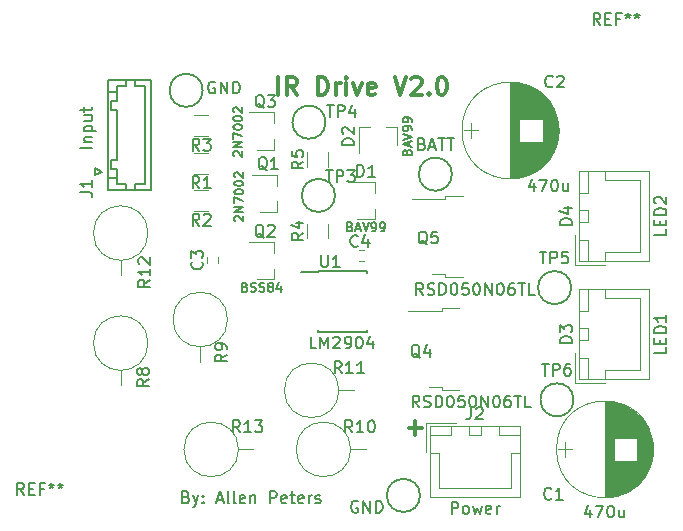
<source format=gbr>
%TF.GenerationSoftware,KiCad,Pcbnew,(5.1.10)-1*%
%TF.CreationDate,2021-08-14T12:20:45-07:00*%
%TF.ProjectId,EmitterDriverV2,456d6974-7465-4724-9472-697665725632,rev?*%
%TF.SameCoordinates,Original*%
%TF.FileFunction,Legend,Top*%
%TF.FilePolarity,Positive*%
%FSLAX46Y46*%
G04 Gerber Fmt 4.6, Leading zero omitted, Abs format (unit mm)*
G04 Created by KiCad (PCBNEW (5.1.10)-1) date 2021-08-14 12:20:45*
%MOMM*%
%LPD*%
G01*
G04 APERTURE LIST*
%ADD10C,0.300000*%
%ADD11C,0.200000*%
%ADD12C,0.120000*%
%ADD13C,0.150000*%
%ADD14C,0.127000*%
G04 APERTURE END LIST*
D10*
X59271428Y-70707142D02*
X58128571Y-70707142D01*
X58700000Y-71278571D02*
X58700000Y-70135714D01*
D11*
X39300000Y-76528571D02*
X39442857Y-76576190D01*
X39490476Y-76623809D01*
X39538095Y-76719047D01*
X39538095Y-76861904D01*
X39490476Y-76957142D01*
X39442857Y-77004761D01*
X39347619Y-77052380D01*
X38966666Y-77052380D01*
X38966666Y-76052380D01*
X39300000Y-76052380D01*
X39395238Y-76100000D01*
X39442857Y-76147619D01*
X39490476Y-76242857D01*
X39490476Y-76338095D01*
X39442857Y-76433333D01*
X39395238Y-76480952D01*
X39300000Y-76528571D01*
X38966666Y-76528571D01*
X39871428Y-76385714D02*
X40109523Y-77052380D01*
X40347619Y-76385714D02*
X40109523Y-77052380D01*
X40014285Y-77290476D01*
X39966666Y-77338095D01*
X39871428Y-77385714D01*
X40728571Y-76957142D02*
X40776190Y-77004761D01*
X40728571Y-77052380D01*
X40680952Y-77004761D01*
X40728571Y-76957142D01*
X40728571Y-77052380D01*
X40728571Y-76433333D02*
X40776190Y-76480952D01*
X40728571Y-76528571D01*
X40680952Y-76480952D01*
X40728571Y-76433333D01*
X40728571Y-76528571D01*
X41919047Y-76766666D02*
X42395238Y-76766666D01*
X41823809Y-77052380D02*
X42157142Y-76052380D01*
X42490476Y-77052380D01*
X42966666Y-77052380D02*
X42871428Y-77004761D01*
X42823809Y-76909523D01*
X42823809Y-76052380D01*
X43490476Y-77052380D02*
X43395238Y-77004761D01*
X43347619Y-76909523D01*
X43347619Y-76052380D01*
X44252380Y-77004761D02*
X44157142Y-77052380D01*
X43966666Y-77052380D01*
X43871428Y-77004761D01*
X43823809Y-76909523D01*
X43823809Y-76528571D01*
X43871428Y-76433333D01*
X43966666Y-76385714D01*
X44157142Y-76385714D01*
X44252380Y-76433333D01*
X44300000Y-76528571D01*
X44300000Y-76623809D01*
X43823809Y-76719047D01*
X44728571Y-76385714D02*
X44728571Y-77052380D01*
X44728571Y-76480952D02*
X44776190Y-76433333D01*
X44871428Y-76385714D01*
X45014285Y-76385714D01*
X45109523Y-76433333D01*
X45157142Y-76528571D01*
X45157142Y-77052380D01*
X46395238Y-77052380D02*
X46395238Y-76052380D01*
X46776190Y-76052380D01*
X46871428Y-76100000D01*
X46919047Y-76147619D01*
X46966666Y-76242857D01*
X46966666Y-76385714D01*
X46919047Y-76480952D01*
X46871428Y-76528571D01*
X46776190Y-76576190D01*
X46395238Y-76576190D01*
X47776190Y-77004761D02*
X47680952Y-77052380D01*
X47490476Y-77052380D01*
X47395238Y-77004761D01*
X47347619Y-76909523D01*
X47347619Y-76528571D01*
X47395238Y-76433333D01*
X47490476Y-76385714D01*
X47680952Y-76385714D01*
X47776190Y-76433333D01*
X47823809Y-76528571D01*
X47823809Y-76623809D01*
X47347619Y-76719047D01*
X48109523Y-76385714D02*
X48490476Y-76385714D01*
X48252380Y-76052380D02*
X48252380Y-76909523D01*
X48300000Y-77004761D01*
X48395238Y-77052380D01*
X48490476Y-77052380D01*
X49204761Y-77004761D02*
X49109523Y-77052380D01*
X48919047Y-77052380D01*
X48823809Y-77004761D01*
X48776190Y-76909523D01*
X48776190Y-76528571D01*
X48823809Y-76433333D01*
X48919047Y-76385714D01*
X49109523Y-76385714D01*
X49204761Y-76433333D01*
X49252380Y-76528571D01*
X49252380Y-76623809D01*
X48776190Y-76719047D01*
X49680952Y-77052380D02*
X49680952Y-76385714D01*
X49680952Y-76576190D02*
X49728571Y-76480952D01*
X49776190Y-76433333D01*
X49871428Y-76385714D01*
X49966666Y-76385714D01*
X50252380Y-77004761D02*
X50347619Y-77052380D01*
X50538095Y-77052380D01*
X50633333Y-77004761D01*
X50680952Y-76909523D01*
X50680952Y-76861904D01*
X50633333Y-76766666D01*
X50538095Y-76719047D01*
X50395238Y-76719047D01*
X50300000Y-76671428D01*
X50252380Y-76576190D01*
X50252380Y-76528571D01*
X50300000Y-76433333D01*
X50395238Y-76385714D01*
X50538095Y-76385714D01*
X50633333Y-76433333D01*
D10*
X47092857Y-42478571D02*
X47092857Y-40978571D01*
X48664285Y-42478571D02*
X48164285Y-41764285D01*
X47807142Y-42478571D02*
X47807142Y-40978571D01*
X48378571Y-40978571D01*
X48521428Y-41050000D01*
X48592857Y-41121428D01*
X48664285Y-41264285D01*
X48664285Y-41478571D01*
X48592857Y-41621428D01*
X48521428Y-41692857D01*
X48378571Y-41764285D01*
X47807142Y-41764285D01*
X50450000Y-42478571D02*
X50450000Y-40978571D01*
X50807142Y-40978571D01*
X51021428Y-41050000D01*
X51164285Y-41192857D01*
X51235714Y-41335714D01*
X51307142Y-41621428D01*
X51307142Y-41835714D01*
X51235714Y-42121428D01*
X51164285Y-42264285D01*
X51021428Y-42407142D01*
X50807142Y-42478571D01*
X50450000Y-42478571D01*
X51950000Y-42478571D02*
X51950000Y-41478571D01*
X51950000Y-41764285D02*
X52021428Y-41621428D01*
X52092857Y-41550000D01*
X52235714Y-41478571D01*
X52378571Y-41478571D01*
X52878571Y-42478571D02*
X52878571Y-41478571D01*
X52878571Y-40978571D02*
X52807142Y-41050000D01*
X52878571Y-41121428D01*
X52950000Y-41050000D01*
X52878571Y-40978571D01*
X52878571Y-41121428D01*
X53450000Y-41478571D02*
X53807142Y-42478571D01*
X54164285Y-41478571D01*
X55307142Y-42407142D02*
X55164285Y-42478571D01*
X54878571Y-42478571D01*
X54735714Y-42407142D01*
X54664285Y-42264285D01*
X54664285Y-41692857D01*
X54735714Y-41550000D01*
X54878571Y-41478571D01*
X55164285Y-41478571D01*
X55307142Y-41550000D01*
X55378571Y-41692857D01*
X55378571Y-41835714D01*
X54664285Y-41978571D01*
X56950000Y-40978571D02*
X57450000Y-42478571D01*
X57950000Y-40978571D01*
X58378571Y-41121428D02*
X58450000Y-41050000D01*
X58592857Y-40978571D01*
X58950000Y-40978571D01*
X59092857Y-41050000D01*
X59164285Y-41121428D01*
X59235714Y-41264285D01*
X59235714Y-41407142D01*
X59164285Y-41621428D01*
X58307142Y-42478571D01*
X59235714Y-42478571D01*
X59878571Y-42335714D02*
X59950000Y-42407142D01*
X59878571Y-42478571D01*
X59807142Y-42407142D01*
X59878571Y-42335714D01*
X59878571Y-42478571D01*
X60878571Y-40978571D02*
X61021428Y-40978571D01*
X61164285Y-41050000D01*
X61235714Y-41121428D01*
X61307142Y-41264285D01*
X61378571Y-41550000D01*
X61378571Y-41907142D01*
X61307142Y-42192857D01*
X61235714Y-42335714D01*
X61164285Y-42407142D01*
X61021428Y-42478571D01*
X60878571Y-42478571D01*
X60735714Y-42407142D01*
X60664285Y-42335714D01*
X60592857Y-42192857D01*
X60521428Y-41907142D01*
X60521428Y-41550000D01*
X60592857Y-41264285D01*
X60664285Y-41121428D01*
X60735714Y-41050000D01*
X60878571Y-40978571D01*
D12*
%TO.C,C1*%
X78840000Y-72500000D02*
G75*
G03*
X78840000Y-72500000I-4090000J0D01*
G01*
X74750000Y-68450000D02*
X74750000Y-76550000D01*
X74790000Y-68450000D02*
X74790000Y-76550000D01*
X74830000Y-68450000D02*
X74830000Y-76550000D01*
X74870000Y-68451000D02*
X74870000Y-76549000D01*
X74910000Y-68453000D02*
X74910000Y-76547000D01*
X74950000Y-68454000D02*
X74950000Y-76546000D01*
X74990000Y-68457000D02*
X74990000Y-76543000D01*
X75030000Y-68459000D02*
X75030000Y-76541000D01*
X75070000Y-68462000D02*
X75070000Y-76538000D01*
X75110000Y-68465000D02*
X75110000Y-76535000D01*
X75150000Y-68469000D02*
X75150000Y-76531000D01*
X75190000Y-68473000D02*
X75190000Y-76527000D01*
X75230000Y-68478000D02*
X75230000Y-76522000D01*
X75270000Y-68483000D02*
X75270000Y-76517000D01*
X75310000Y-68488000D02*
X75310000Y-76512000D01*
X75350000Y-68494000D02*
X75350000Y-76506000D01*
X75390000Y-68500000D02*
X75390000Y-76500000D01*
X75430000Y-68506000D02*
X75430000Y-76494000D01*
X75471000Y-68513000D02*
X75471000Y-76487000D01*
X75511000Y-68521000D02*
X75511000Y-76479000D01*
X75551000Y-68529000D02*
X75551000Y-71520000D01*
X75551000Y-73480000D02*
X75551000Y-76471000D01*
X75591000Y-68537000D02*
X75591000Y-71520000D01*
X75591000Y-73480000D02*
X75591000Y-76463000D01*
X75631000Y-68545000D02*
X75631000Y-71520000D01*
X75631000Y-73480000D02*
X75631000Y-76455000D01*
X75671000Y-68554000D02*
X75671000Y-71520000D01*
X75671000Y-73480000D02*
X75671000Y-76446000D01*
X75711000Y-68564000D02*
X75711000Y-71520000D01*
X75711000Y-73480000D02*
X75711000Y-76436000D01*
X75751000Y-68574000D02*
X75751000Y-71520000D01*
X75751000Y-73480000D02*
X75751000Y-76426000D01*
X75791000Y-68584000D02*
X75791000Y-71520000D01*
X75791000Y-73480000D02*
X75791000Y-76416000D01*
X75831000Y-68595000D02*
X75831000Y-71520000D01*
X75831000Y-73480000D02*
X75831000Y-76405000D01*
X75871000Y-68606000D02*
X75871000Y-71520000D01*
X75871000Y-73480000D02*
X75871000Y-76394000D01*
X75911000Y-68617000D02*
X75911000Y-71520000D01*
X75911000Y-73480000D02*
X75911000Y-76383000D01*
X75951000Y-68630000D02*
X75951000Y-71520000D01*
X75951000Y-73480000D02*
X75951000Y-76370000D01*
X75991000Y-68642000D02*
X75991000Y-71520000D01*
X75991000Y-73480000D02*
X75991000Y-76358000D01*
X76031000Y-68655000D02*
X76031000Y-71520000D01*
X76031000Y-73480000D02*
X76031000Y-76345000D01*
X76071000Y-68668000D02*
X76071000Y-71520000D01*
X76071000Y-73480000D02*
X76071000Y-76332000D01*
X76111000Y-68682000D02*
X76111000Y-71520000D01*
X76111000Y-73480000D02*
X76111000Y-76318000D01*
X76151000Y-68697000D02*
X76151000Y-71520000D01*
X76151000Y-73480000D02*
X76151000Y-76303000D01*
X76191000Y-68711000D02*
X76191000Y-71520000D01*
X76191000Y-73480000D02*
X76191000Y-76289000D01*
X76231000Y-68727000D02*
X76231000Y-71520000D01*
X76231000Y-73480000D02*
X76231000Y-76273000D01*
X76271000Y-68742000D02*
X76271000Y-71520000D01*
X76271000Y-73480000D02*
X76271000Y-76258000D01*
X76311000Y-68759000D02*
X76311000Y-71520000D01*
X76311000Y-73480000D02*
X76311000Y-76241000D01*
X76351000Y-68775000D02*
X76351000Y-71520000D01*
X76351000Y-73480000D02*
X76351000Y-76225000D01*
X76391000Y-68793000D02*
X76391000Y-71520000D01*
X76391000Y-73480000D02*
X76391000Y-76207000D01*
X76431000Y-68810000D02*
X76431000Y-71520000D01*
X76431000Y-73480000D02*
X76431000Y-76190000D01*
X76471000Y-68829000D02*
X76471000Y-71520000D01*
X76471000Y-73480000D02*
X76471000Y-76171000D01*
X76511000Y-68848000D02*
X76511000Y-71520000D01*
X76511000Y-73480000D02*
X76511000Y-76152000D01*
X76551000Y-68867000D02*
X76551000Y-71520000D01*
X76551000Y-73480000D02*
X76551000Y-76133000D01*
X76591000Y-68887000D02*
X76591000Y-71520000D01*
X76591000Y-73480000D02*
X76591000Y-76113000D01*
X76631000Y-68907000D02*
X76631000Y-71520000D01*
X76631000Y-73480000D02*
X76631000Y-76093000D01*
X76671000Y-68928000D02*
X76671000Y-71520000D01*
X76671000Y-73480000D02*
X76671000Y-76072000D01*
X76711000Y-68950000D02*
X76711000Y-71520000D01*
X76711000Y-73480000D02*
X76711000Y-76050000D01*
X76751000Y-68972000D02*
X76751000Y-71520000D01*
X76751000Y-73480000D02*
X76751000Y-76028000D01*
X76791000Y-68995000D02*
X76791000Y-71520000D01*
X76791000Y-73480000D02*
X76791000Y-76005000D01*
X76831000Y-69018000D02*
X76831000Y-71520000D01*
X76831000Y-73480000D02*
X76831000Y-75982000D01*
X76871000Y-69042000D02*
X76871000Y-71520000D01*
X76871000Y-73480000D02*
X76871000Y-75958000D01*
X76911000Y-69066000D02*
X76911000Y-71520000D01*
X76911000Y-73480000D02*
X76911000Y-75934000D01*
X76951000Y-69092000D02*
X76951000Y-71520000D01*
X76951000Y-73480000D02*
X76951000Y-75908000D01*
X76991000Y-69117000D02*
X76991000Y-71520000D01*
X76991000Y-73480000D02*
X76991000Y-75883000D01*
X77031000Y-69144000D02*
X77031000Y-71520000D01*
X77031000Y-73480000D02*
X77031000Y-75856000D01*
X77071000Y-69171000D02*
X77071000Y-71520000D01*
X77071000Y-73480000D02*
X77071000Y-75829000D01*
X77111000Y-69199000D02*
X77111000Y-71520000D01*
X77111000Y-73480000D02*
X77111000Y-75801000D01*
X77151000Y-69228000D02*
X77151000Y-71520000D01*
X77151000Y-73480000D02*
X77151000Y-75772000D01*
X77191000Y-69257000D02*
X77191000Y-71520000D01*
X77191000Y-73480000D02*
X77191000Y-75743000D01*
X77231000Y-69287000D02*
X77231000Y-71520000D01*
X77231000Y-73480000D02*
X77231000Y-75713000D01*
X77271000Y-69318000D02*
X77271000Y-71520000D01*
X77271000Y-73480000D02*
X77271000Y-75682000D01*
X77311000Y-69350000D02*
X77311000Y-71520000D01*
X77311000Y-73480000D02*
X77311000Y-75650000D01*
X77351000Y-69382000D02*
X77351000Y-71520000D01*
X77351000Y-73480000D02*
X77351000Y-75618000D01*
X77391000Y-69416000D02*
X77391000Y-71520000D01*
X77391000Y-73480000D02*
X77391000Y-75584000D01*
X77431000Y-69450000D02*
X77431000Y-71520000D01*
X77431000Y-73480000D02*
X77431000Y-75550000D01*
X77471000Y-69485000D02*
X77471000Y-71520000D01*
X77471000Y-73480000D02*
X77471000Y-75515000D01*
X77511000Y-69521000D02*
X77511000Y-75479000D01*
X77551000Y-69558000D02*
X77551000Y-75442000D01*
X77591000Y-69596000D02*
X77591000Y-75404000D01*
X77631000Y-69635000D02*
X77631000Y-75365000D01*
X77671000Y-69676000D02*
X77671000Y-75324000D01*
X77711000Y-69717000D02*
X77711000Y-75283000D01*
X77751000Y-69760000D02*
X77751000Y-75240000D01*
X77791000Y-69803000D02*
X77791000Y-75197000D01*
X77831000Y-69848000D02*
X77831000Y-75152000D01*
X77871000Y-69895000D02*
X77871000Y-75105000D01*
X77911000Y-69943000D02*
X77911000Y-75057000D01*
X77951000Y-69992000D02*
X77951000Y-75008000D01*
X77991000Y-70043000D02*
X77991000Y-74957000D01*
X78031000Y-70096000D02*
X78031000Y-74904000D01*
X78071000Y-70151000D02*
X78071000Y-74849000D01*
X78111000Y-70207000D02*
X78111000Y-74793000D01*
X78151000Y-70266000D02*
X78151000Y-74734000D01*
X78191000Y-70327000D02*
X78191000Y-74673000D01*
X78231000Y-70391000D02*
X78231000Y-74609000D01*
X78271000Y-70457000D02*
X78271000Y-74543000D01*
X78311000Y-70526000D02*
X78311000Y-74474000D01*
X78351000Y-70598000D02*
X78351000Y-74402000D01*
X78391000Y-70674000D02*
X78391000Y-74326000D01*
X78431000Y-70755000D02*
X78431000Y-74245000D01*
X78471000Y-70840000D02*
X78471000Y-74160000D01*
X78511000Y-70930000D02*
X78511000Y-74070000D01*
X78551000Y-71027000D02*
X78551000Y-73973000D01*
X78591000Y-71131000D02*
X78591000Y-73869000D01*
X78631000Y-71246000D02*
X78631000Y-73754000D01*
X78671000Y-71373000D02*
X78671000Y-73627000D01*
X78711000Y-71517000D02*
X78711000Y-73483000D01*
X78751000Y-71686000D02*
X78751000Y-73314000D01*
X78791000Y-71902000D02*
X78791000Y-73098000D01*
X78831000Y-72254000D02*
X78831000Y-72746000D01*
X70800000Y-72500000D02*
X72000000Y-72500000D01*
X71400000Y-71850000D02*
X71400000Y-73150000D01*
%TO.C,C2*%
X63400000Y-44850000D02*
X63400000Y-46150000D01*
X62800000Y-45500000D02*
X64000000Y-45500000D01*
X70831000Y-45254000D02*
X70831000Y-45746000D01*
X70791000Y-44902000D02*
X70791000Y-46098000D01*
X70751000Y-44686000D02*
X70751000Y-46314000D01*
X70711000Y-44517000D02*
X70711000Y-46483000D01*
X70671000Y-44373000D02*
X70671000Y-46627000D01*
X70631000Y-44246000D02*
X70631000Y-46754000D01*
X70591000Y-44131000D02*
X70591000Y-46869000D01*
X70551000Y-44027000D02*
X70551000Y-46973000D01*
X70511000Y-43930000D02*
X70511000Y-47070000D01*
X70471000Y-43840000D02*
X70471000Y-47160000D01*
X70431000Y-43755000D02*
X70431000Y-47245000D01*
X70391000Y-43674000D02*
X70391000Y-47326000D01*
X70351000Y-43598000D02*
X70351000Y-47402000D01*
X70311000Y-43526000D02*
X70311000Y-47474000D01*
X70271000Y-43457000D02*
X70271000Y-47543000D01*
X70231000Y-43391000D02*
X70231000Y-47609000D01*
X70191000Y-43327000D02*
X70191000Y-47673000D01*
X70151000Y-43266000D02*
X70151000Y-47734000D01*
X70111000Y-43207000D02*
X70111000Y-47793000D01*
X70071000Y-43151000D02*
X70071000Y-47849000D01*
X70031000Y-43096000D02*
X70031000Y-47904000D01*
X69991000Y-43043000D02*
X69991000Y-47957000D01*
X69951000Y-42992000D02*
X69951000Y-48008000D01*
X69911000Y-42943000D02*
X69911000Y-48057000D01*
X69871000Y-42895000D02*
X69871000Y-48105000D01*
X69831000Y-42848000D02*
X69831000Y-48152000D01*
X69791000Y-42803000D02*
X69791000Y-48197000D01*
X69751000Y-42760000D02*
X69751000Y-48240000D01*
X69711000Y-42717000D02*
X69711000Y-48283000D01*
X69671000Y-42676000D02*
X69671000Y-48324000D01*
X69631000Y-42635000D02*
X69631000Y-48365000D01*
X69591000Y-42596000D02*
X69591000Y-48404000D01*
X69551000Y-42558000D02*
X69551000Y-48442000D01*
X69511000Y-42521000D02*
X69511000Y-48479000D01*
X69471000Y-46480000D02*
X69471000Y-48515000D01*
X69471000Y-42485000D02*
X69471000Y-44520000D01*
X69431000Y-46480000D02*
X69431000Y-48550000D01*
X69431000Y-42450000D02*
X69431000Y-44520000D01*
X69391000Y-46480000D02*
X69391000Y-48584000D01*
X69391000Y-42416000D02*
X69391000Y-44520000D01*
X69351000Y-46480000D02*
X69351000Y-48618000D01*
X69351000Y-42382000D02*
X69351000Y-44520000D01*
X69311000Y-46480000D02*
X69311000Y-48650000D01*
X69311000Y-42350000D02*
X69311000Y-44520000D01*
X69271000Y-46480000D02*
X69271000Y-48682000D01*
X69271000Y-42318000D02*
X69271000Y-44520000D01*
X69231000Y-46480000D02*
X69231000Y-48713000D01*
X69231000Y-42287000D02*
X69231000Y-44520000D01*
X69191000Y-46480000D02*
X69191000Y-48743000D01*
X69191000Y-42257000D02*
X69191000Y-44520000D01*
X69151000Y-46480000D02*
X69151000Y-48772000D01*
X69151000Y-42228000D02*
X69151000Y-44520000D01*
X69111000Y-46480000D02*
X69111000Y-48801000D01*
X69111000Y-42199000D02*
X69111000Y-44520000D01*
X69071000Y-46480000D02*
X69071000Y-48829000D01*
X69071000Y-42171000D02*
X69071000Y-44520000D01*
X69031000Y-46480000D02*
X69031000Y-48856000D01*
X69031000Y-42144000D02*
X69031000Y-44520000D01*
X68991000Y-46480000D02*
X68991000Y-48883000D01*
X68991000Y-42117000D02*
X68991000Y-44520000D01*
X68951000Y-46480000D02*
X68951000Y-48908000D01*
X68951000Y-42092000D02*
X68951000Y-44520000D01*
X68911000Y-46480000D02*
X68911000Y-48934000D01*
X68911000Y-42066000D02*
X68911000Y-44520000D01*
X68871000Y-46480000D02*
X68871000Y-48958000D01*
X68871000Y-42042000D02*
X68871000Y-44520000D01*
X68831000Y-46480000D02*
X68831000Y-48982000D01*
X68831000Y-42018000D02*
X68831000Y-44520000D01*
X68791000Y-46480000D02*
X68791000Y-49005000D01*
X68791000Y-41995000D02*
X68791000Y-44520000D01*
X68751000Y-46480000D02*
X68751000Y-49028000D01*
X68751000Y-41972000D02*
X68751000Y-44520000D01*
X68711000Y-46480000D02*
X68711000Y-49050000D01*
X68711000Y-41950000D02*
X68711000Y-44520000D01*
X68671000Y-46480000D02*
X68671000Y-49072000D01*
X68671000Y-41928000D02*
X68671000Y-44520000D01*
X68631000Y-46480000D02*
X68631000Y-49093000D01*
X68631000Y-41907000D02*
X68631000Y-44520000D01*
X68591000Y-46480000D02*
X68591000Y-49113000D01*
X68591000Y-41887000D02*
X68591000Y-44520000D01*
X68551000Y-46480000D02*
X68551000Y-49133000D01*
X68551000Y-41867000D02*
X68551000Y-44520000D01*
X68511000Y-46480000D02*
X68511000Y-49152000D01*
X68511000Y-41848000D02*
X68511000Y-44520000D01*
X68471000Y-46480000D02*
X68471000Y-49171000D01*
X68471000Y-41829000D02*
X68471000Y-44520000D01*
X68431000Y-46480000D02*
X68431000Y-49190000D01*
X68431000Y-41810000D02*
X68431000Y-44520000D01*
X68391000Y-46480000D02*
X68391000Y-49207000D01*
X68391000Y-41793000D02*
X68391000Y-44520000D01*
X68351000Y-46480000D02*
X68351000Y-49225000D01*
X68351000Y-41775000D02*
X68351000Y-44520000D01*
X68311000Y-46480000D02*
X68311000Y-49241000D01*
X68311000Y-41759000D02*
X68311000Y-44520000D01*
X68271000Y-46480000D02*
X68271000Y-49258000D01*
X68271000Y-41742000D02*
X68271000Y-44520000D01*
X68231000Y-46480000D02*
X68231000Y-49273000D01*
X68231000Y-41727000D02*
X68231000Y-44520000D01*
X68191000Y-46480000D02*
X68191000Y-49289000D01*
X68191000Y-41711000D02*
X68191000Y-44520000D01*
X68151000Y-46480000D02*
X68151000Y-49303000D01*
X68151000Y-41697000D02*
X68151000Y-44520000D01*
X68111000Y-46480000D02*
X68111000Y-49318000D01*
X68111000Y-41682000D02*
X68111000Y-44520000D01*
X68071000Y-46480000D02*
X68071000Y-49332000D01*
X68071000Y-41668000D02*
X68071000Y-44520000D01*
X68031000Y-46480000D02*
X68031000Y-49345000D01*
X68031000Y-41655000D02*
X68031000Y-44520000D01*
X67991000Y-46480000D02*
X67991000Y-49358000D01*
X67991000Y-41642000D02*
X67991000Y-44520000D01*
X67951000Y-46480000D02*
X67951000Y-49370000D01*
X67951000Y-41630000D02*
X67951000Y-44520000D01*
X67911000Y-46480000D02*
X67911000Y-49383000D01*
X67911000Y-41617000D02*
X67911000Y-44520000D01*
X67871000Y-46480000D02*
X67871000Y-49394000D01*
X67871000Y-41606000D02*
X67871000Y-44520000D01*
X67831000Y-46480000D02*
X67831000Y-49405000D01*
X67831000Y-41595000D02*
X67831000Y-44520000D01*
X67791000Y-46480000D02*
X67791000Y-49416000D01*
X67791000Y-41584000D02*
X67791000Y-44520000D01*
X67751000Y-46480000D02*
X67751000Y-49426000D01*
X67751000Y-41574000D02*
X67751000Y-44520000D01*
X67711000Y-46480000D02*
X67711000Y-49436000D01*
X67711000Y-41564000D02*
X67711000Y-44520000D01*
X67671000Y-46480000D02*
X67671000Y-49446000D01*
X67671000Y-41554000D02*
X67671000Y-44520000D01*
X67631000Y-46480000D02*
X67631000Y-49455000D01*
X67631000Y-41545000D02*
X67631000Y-44520000D01*
X67591000Y-46480000D02*
X67591000Y-49463000D01*
X67591000Y-41537000D02*
X67591000Y-44520000D01*
X67551000Y-46480000D02*
X67551000Y-49471000D01*
X67551000Y-41529000D02*
X67551000Y-44520000D01*
X67511000Y-41521000D02*
X67511000Y-49479000D01*
X67471000Y-41513000D02*
X67471000Y-49487000D01*
X67430000Y-41506000D02*
X67430000Y-49494000D01*
X67390000Y-41500000D02*
X67390000Y-49500000D01*
X67350000Y-41494000D02*
X67350000Y-49506000D01*
X67310000Y-41488000D02*
X67310000Y-49512000D01*
X67270000Y-41483000D02*
X67270000Y-49517000D01*
X67230000Y-41478000D02*
X67230000Y-49522000D01*
X67190000Y-41473000D02*
X67190000Y-49527000D01*
X67150000Y-41469000D02*
X67150000Y-49531000D01*
X67110000Y-41465000D02*
X67110000Y-49535000D01*
X67070000Y-41462000D02*
X67070000Y-49538000D01*
X67030000Y-41459000D02*
X67030000Y-49541000D01*
X66990000Y-41457000D02*
X66990000Y-49543000D01*
X66950000Y-41454000D02*
X66950000Y-49546000D01*
X66910000Y-41453000D02*
X66910000Y-49547000D01*
X66870000Y-41451000D02*
X66870000Y-49549000D01*
X66830000Y-41450000D02*
X66830000Y-49550000D01*
X66790000Y-41450000D02*
X66790000Y-49550000D01*
X66750000Y-41450000D02*
X66750000Y-49550000D01*
X70840000Y-45500000D02*
G75*
G03*
X70840000Y-45500000I-4090000J0D01*
G01*
%TO.C,C3*%
X42010000Y-56700000D02*
X42010000Y-56200000D01*
X41070000Y-56200000D02*
X41070000Y-56700000D01*
%TO.C,C4*%
X53900000Y-56570000D02*
X54400000Y-56570000D01*
X54400000Y-55630000D02*
X53900000Y-55630000D01*
%TO.C,D1*%
X55270000Y-53035000D02*
X55270000Y-52105000D01*
X55270000Y-49875000D02*
X55270000Y-50805000D01*
X55270000Y-49875000D02*
X53110000Y-49875000D01*
X55270000Y-53035000D02*
X53810000Y-53035000D01*
%TO.C,D2*%
X57130000Y-45240000D02*
X57130000Y-46700000D01*
X53970000Y-45240000D02*
X53970000Y-47400000D01*
X53970000Y-45240000D02*
X54900000Y-45240000D01*
X57130000Y-45240000D02*
X56200000Y-45240000D01*
%TO.C,D3*%
X72550000Y-66550000D02*
X78500000Y-66550000D01*
X78500000Y-66550000D02*
X78500000Y-58950000D01*
X78500000Y-58950000D02*
X72550000Y-58950000D01*
X72550000Y-58950000D02*
X72550000Y-66550000D01*
X72550000Y-63250000D02*
X73300000Y-63250000D01*
X73300000Y-63250000D02*
X73300000Y-62250000D01*
X73300000Y-62250000D02*
X72550000Y-62250000D01*
X72550000Y-62250000D02*
X72550000Y-63250000D01*
X72550000Y-66550000D02*
X73300000Y-66550000D01*
X73300000Y-66550000D02*
X73300000Y-64750000D01*
X73300000Y-64750000D02*
X72550000Y-64750000D01*
X72550000Y-64750000D02*
X72550000Y-66550000D01*
X72550000Y-60750000D02*
X73300000Y-60750000D01*
X73300000Y-60750000D02*
X73300000Y-58950000D01*
X73300000Y-58950000D02*
X72550000Y-58950000D01*
X72550000Y-58950000D02*
X72550000Y-60750000D01*
X74800000Y-66550000D02*
X74800000Y-65800000D01*
X74800000Y-65800000D02*
X77750000Y-65800000D01*
X77750000Y-65800000D02*
X77750000Y-62750000D01*
X74800000Y-58950000D02*
X74800000Y-59700000D01*
X74800000Y-59700000D02*
X77750000Y-59700000D01*
X77750000Y-59700000D02*
X77750000Y-62750000D01*
X72250000Y-64350000D02*
X72250000Y-66850000D01*
X72250000Y-66850000D02*
X74750000Y-66850000D01*
%TO.C,D4*%
X72250000Y-56850000D02*
X74750000Y-56850000D01*
X72250000Y-54350000D02*
X72250000Y-56850000D01*
X77750000Y-49700000D02*
X77750000Y-52750000D01*
X74800000Y-49700000D02*
X77750000Y-49700000D01*
X74800000Y-48950000D02*
X74800000Y-49700000D01*
X77750000Y-55800000D02*
X77750000Y-52750000D01*
X74800000Y-55800000D02*
X77750000Y-55800000D01*
X74800000Y-56550000D02*
X74800000Y-55800000D01*
X72550000Y-48950000D02*
X72550000Y-50750000D01*
X73300000Y-48950000D02*
X72550000Y-48950000D01*
X73300000Y-50750000D02*
X73300000Y-48950000D01*
X72550000Y-50750000D02*
X73300000Y-50750000D01*
X72550000Y-54750000D02*
X72550000Y-56550000D01*
X73300000Y-54750000D02*
X72550000Y-54750000D01*
X73300000Y-56550000D02*
X73300000Y-54750000D01*
X72550000Y-56550000D02*
X73300000Y-56550000D01*
X72550000Y-52250000D02*
X72550000Y-53250000D01*
X73300000Y-52250000D02*
X72550000Y-52250000D01*
X73300000Y-53250000D02*
X73300000Y-52250000D01*
X72550000Y-53250000D02*
X73300000Y-53250000D01*
X72550000Y-48950000D02*
X72550000Y-56550000D01*
X78500000Y-48950000D02*
X72550000Y-48950000D01*
X78500000Y-56550000D02*
X78500000Y-48950000D01*
X72550000Y-56550000D02*
X78500000Y-56550000D01*
D13*
%TO.C,J1*%
X33450000Y-43000000D02*
X33450000Y-42200000D01*
X32950000Y-43000000D02*
X33450000Y-43000000D01*
X32950000Y-43750000D02*
X32950000Y-43000000D01*
X33450000Y-43750000D02*
X32950000Y-43750000D01*
X33450000Y-48000000D02*
X33450000Y-43750000D01*
X32950000Y-48000000D02*
X33450000Y-48000000D01*
X32950000Y-48750000D02*
X32950000Y-48000000D01*
X33450000Y-48750000D02*
X32950000Y-48750000D01*
X33450000Y-49550000D02*
X33450000Y-48750000D01*
X33450000Y-42200000D02*
X32700000Y-42200000D01*
X33450000Y-41700000D02*
X33450000Y-42200000D01*
X34250000Y-41700000D02*
X33450000Y-41700000D01*
X34250000Y-41200000D02*
X34250000Y-41700000D01*
X33450000Y-49550000D02*
X32700000Y-49550000D01*
X33450000Y-50050000D02*
X33450000Y-49550000D01*
X34250000Y-50050000D02*
X33450000Y-50050000D01*
X34250000Y-50550000D02*
X34250000Y-50050000D01*
X35000000Y-41700000D02*
X35000000Y-41200000D01*
X35800000Y-41700000D02*
X35000000Y-41700000D01*
X35800000Y-50050000D02*
X35800000Y-41700000D01*
X35000000Y-50050000D02*
X35800000Y-50050000D01*
X35000000Y-50550000D02*
X35000000Y-50050000D01*
X31600000Y-48700000D02*
X32200000Y-49000000D01*
X31600000Y-49300000D02*
X31600000Y-48700000D01*
X32200000Y-49000000D02*
X31600000Y-49300000D01*
X32700000Y-41200000D02*
X32700000Y-50550000D01*
X36300000Y-41200000D02*
X32700000Y-41200000D01*
X36300000Y-50550000D02*
X36300000Y-41200000D01*
X32700000Y-50550000D02*
X36300000Y-50550000D01*
D12*
%TO.C,J2*%
X59650000Y-70250000D02*
X59650000Y-72750000D01*
X62150000Y-70250000D02*
X59650000Y-70250000D01*
X66800000Y-75750000D02*
X63750000Y-75750000D01*
X66800000Y-72800000D02*
X66800000Y-75750000D01*
X67550000Y-72800000D02*
X66800000Y-72800000D01*
X60700000Y-75750000D02*
X63750000Y-75750000D01*
X60700000Y-72800000D02*
X60700000Y-75750000D01*
X59950000Y-72800000D02*
X60700000Y-72800000D01*
X67550000Y-70550000D02*
X65750000Y-70550000D01*
X67550000Y-71300000D02*
X67550000Y-70550000D01*
X65750000Y-71300000D02*
X67550000Y-71300000D01*
X65750000Y-70550000D02*
X65750000Y-71300000D01*
X61750000Y-70550000D02*
X59950000Y-70550000D01*
X61750000Y-71300000D02*
X61750000Y-70550000D01*
X59950000Y-71300000D02*
X61750000Y-71300000D01*
X59950000Y-70550000D02*
X59950000Y-71300000D01*
X64250000Y-70550000D02*
X63250000Y-70550000D01*
X64250000Y-71300000D02*
X64250000Y-70550000D01*
X63250000Y-71300000D02*
X64250000Y-71300000D01*
X63250000Y-70550000D02*
X63250000Y-71300000D01*
X67550000Y-70550000D02*
X59950000Y-70550000D01*
X67550000Y-76500000D02*
X67550000Y-70550000D01*
X59950000Y-76500000D02*
X67550000Y-76500000D01*
X59950000Y-70550000D02*
X59950000Y-76500000D01*
%TO.C,Q1*%
X47015000Y-52400000D02*
X45555000Y-52400000D01*
X47015000Y-49240000D02*
X44855000Y-49240000D01*
X47015000Y-49240000D02*
X47015000Y-50170000D01*
X47015000Y-52400000D02*
X47015000Y-51470000D01*
%TO.C,Q2*%
X46745000Y-58115000D02*
X45285000Y-58115000D01*
X46745000Y-54955000D02*
X44585000Y-54955000D01*
X46745000Y-54955000D02*
X46745000Y-55885000D01*
X46745000Y-58115000D02*
X46745000Y-57185000D01*
%TO.C,Q3*%
X46760000Y-47130000D02*
X46760000Y-46200000D01*
X46760000Y-43970000D02*
X46760000Y-44900000D01*
X46760000Y-43970000D02*
X44600000Y-43970000D01*
X46760000Y-47130000D02*
X45300000Y-47130000D01*
%TO.C,Q4*%
X62430000Y-60550000D02*
X60930000Y-60550000D01*
X60930000Y-60550000D02*
X60930000Y-60820000D01*
X60930000Y-60820000D02*
X58100000Y-60820000D01*
X62430000Y-67450000D02*
X60930000Y-67450000D01*
X60930000Y-67450000D02*
X60930000Y-67180000D01*
X60930000Y-67180000D02*
X59830000Y-67180000D01*
%TO.C,Q5*%
X61255000Y-57655000D02*
X60155000Y-57655000D01*
X61255000Y-57925000D02*
X61255000Y-57655000D01*
X62755000Y-57925000D02*
X61255000Y-57925000D01*
X61255000Y-51295000D02*
X58425000Y-51295000D01*
X61255000Y-51025000D02*
X61255000Y-51295000D01*
X62755000Y-51025000D02*
X61255000Y-51025000D01*
%TO.C,R1*%
X39990000Y-47400000D02*
X41190000Y-47400000D01*
X41190000Y-49160000D02*
X39990000Y-49160000D01*
%TO.C,R2*%
X41190000Y-52335000D02*
X39990000Y-52335000D01*
X39990000Y-50575000D02*
X41190000Y-50575000D01*
%TO.C,R3*%
X39990000Y-44225000D02*
X41190000Y-44225000D01*
X41190000Y-45985000D02*
X39990000Y-45985000D01*
%TO.C,R4*%
X49550000Y-54595000D02*
X49550000Y-53395000D01*
X51310000Y-53395000D02*
X51310000Y-54595000D01*
%TO.C,R5*%
X49550000Y-48560000D02*
X49550000Y-47360000D01*
X51310000Y-47360000D02*
X51310000Y-48560000D01*
%TO.C,R8*%
X36070000Y-63500000D02*
G75*
G03*
X36070000Y-63500000I-2310000J0D01*
G01*
X33760000Y-65810000D02*
X33760000Y-67080000D01*
%TO.C,R9*%
X40500000Y-63810000D02*
X40500000Y-65080000D01*
X42810000Y-61500000D02*
G75*
G03*
X42810000Y-61500000I-2310000J0D01*
G01*
%TO.C,R10*%
X53230000Y-72500000D02*
X54500000Y-72500000D01*
X53230000Y-72500000D02*
G75*
G03*
X53230000Y-72500000I-2310000J0D01*
G01*
%TO.C,R11*%
X52230000Y-67500000D02*
X53500000Y-67500000D01*
X52230000Y-67500000D02*
G75*
G03*
X52230000Y-67500000I-2310000J0D01*
G01*
%TO.C,R12*%
X36070000Y-54185000D02*
G75*
G03*
X36070000Y-54185000I-2310000J0D01*
G01*
X33760000Y-56495000D02*
X33760000Y-57765000D01*
%TO.C,R13*%
X43730000Y-72500000D02*
G75*
G03*
X43730000Y-72500000I-2310000J0D01*
G01*
X43730000Y-72500000D02*
X45000000Y-72500000D01*
D13*
%TO.C,U1*%
X50425000Y-57475000D02*
X49025000Y-57475000D01*
X50425000Y-62575000D02*
X54575000Y-62575000D01*
X50425000Y-57425000D02*
X54575000Y-57425000D01*
X50425000Y-62575000D02*
X50425000Y-62430000D01*
X54575000Y-62575000D02*
X54575000Y-62430000D01*
X54575000Y-57425000D02*
X54575000Y-57570000D01*
X50425000Y-57425000D02*
X50425000Y-57475000D01*
%TO.C,BATT*%
X61800000Y-49200000D02*
G75*
G03*
X61800000Y-49200000I-1400000J0D01*
G01*
%TO.C,GND*%
X59100000Y-76400000D02*
G75*
G03*
X59100000Y-76400000I-1400000J0D01*
G01*
%TO.C,TP3*%
X51900000Y-51000000D02*
G75*
G03*
X51900000Y-51000000I-1400000J0D01*
G01*
%TO.C,TP4*%
X51100000Y-44800000D02*
G75*
G03*
X51100000Y-44800000I-1400000J0D01*
G01*
%TO.C,TP5*%
X71900000Y-58800000D02*
G75*
G03*
X71900000Y-58800000I-1400000J0D01*
G01*
%TO.C,TP6*%
X72100000Y-68300000D02*
G75*
G03*
X72100000Y-68300000I-1400000J0D01*
G01*
%TO.C,GND*%
X40700000Y-42100000D02*
G75*
G03*
X40700000Y-42100000I-1400000J0D01*
G01*
%TO.C,REF\u002A\u002A*%
X74366666Y-36552380D02*
X74033333Y-36076190D01*
X73795238Y-36552380D02*
X73795238Y-35552380D01*
X74176190Y-35552380D01*
X74271428Y-35600000D01*
X74319047Y-35647619D01*
X74366666Y-35742857D01*
X74366666Y-35885714D01*
X74319047Y-35980952D01*
X74271428Y-36028571D01*
X74176190Y-36076190D01*
X73795238Y-36076190D01*
X74795238Y-36028571D02*
X75128571Y-36028571D01*
X75271428Y-36552380D02*
X74795238Y-36552380D01*
X74795238Y-35552380D01*
X75271428Y-35552380D01*
X76033333Y-36028571D02*
X75700000Y-36028571D01*
X75700000Y-36552380D02*
X75700000Y-35552380D01*
X76176190Y-35552380D01*
X76700000Y-35552380D02*
X76700000Y-35790476D01*
X76461904Y-35695238D02*
X76700000Y-35790476D01*
X76938095Y-35695238D01*
X76557142Y-35980952D02*
X76700000Y-35790476D01*
X76842857Y-35980952D01*
X77461904Y-35552380D02*
X77461904Y-35790476D01*
X77223809Y-35695238D02*
X77461904Y-35790476D01*
X77700000Y-35695238D01*
X77319047Y-35980952D02*
X77461904Y-35790476D01*
X77604761Y-35980952D01*
X25566666Y-76352380D02*
X25233333Y-75876190D01*
X24995238Y-76352380D02*
X24995238Y-75352380D01*
X25376190Y-75352380D01*
X25471428Y-75400000D01*
X25519047Y-75447619D01*
X25566666Y-75542857D01*
X25566666Y-75685714D01*
X25519047Y-75780952D01*
X25471428Y-75828571D01*
X25376190Y-75876190D01*
X24995238Y-75876190D01*
X25995238Y-75828571D02*
X26328571Y-75828571D01*
X26471428Y-76352380D02*
X25995238Y-76352380D01*
X25995238Y-75352380D01*
X26471428Y-75352380D01*
X27233333Y-75828571D02*
X26900000Y-75828571D01*
X26900000Y-76352380D02*
X26900000Y-75352380D01*
X27376190Y-75352380D01*
X27900000Y-75352380D02*
X27900000Y-75590476D01*
X27661904Y-75495238D02*
X27900000Y-75590476D01*
X28138095Y-75495238D01*
X27757142Y-75780952D02*
X27900000Y-75590476D01*
X28042857Y-75780952D01*
X28661904Y-75352380D02*
X28661904Y-75590476D01*
X28423809Y-75495238D02*
X28661904Y-75590476D01*
X28900000Y-75495238D01*
X28519047Y-75780952D02*
X28661904Y-75590476D01*
X28804761Y-75780952D01*
%TO.C,C1*%
X70233333Y-76657142D02*
X70185714Y-76704761D01*
X70042857Y-76752380D01*
X69947619Y-76752380D01*
X69804761Y-76704761D01*
X69709523Y-76609523D01*
X69661904Y-76514285D01*
X69614285Y-76323809D01*
X69614285Y-76180952D01*
X69661904Y-75990476D01*
X69709523Y-75895238D01*
X69804761Y-75800000D01*
X69947619Y-75752380D01*
X70042857Y-75752380D01*
X70185714Y-75800000D01*
X70233333Y-75847619D01*
X71185714Y-76752380D02*
X70614285Y-76752380D01*
X70900000Y-76752380D02*
X70900000Y-75752380D01*
X70804761Y-75895238D01*
X70709523Y-75990476D01*
X70614285Y-76038095D01*
X73535714Y-77595714D02*
X73535714Y-78262380D01*
X73297619Y-77214761D02*
X73059523Y-77929047D01*
X73678571Y-77929047D01*
X73964285Y-77262380D02*
X74630952Y-77262380D01*
X74202380Y-78262380D01*
X75202380Y-77262380D02*
X75297619Y-77262380D01*
X75392857Y-77310000D01*
X75440476Y-77357619D01*
X75488095Y-77452857D01*
X75535714Y-77643333D01*
X75535714Y-77881428D01*
X75488095Y-78071904D01*
X75440476Y-78167142D01*
X75392857Y-78214761D01*
X75297619Y-78262380D01*
X75202380Y-78262380D01*
X75107142Y-78214761D01*
X75059523Y-78167142D01*
X75011904Y-78071904D01*
X74964285Y-77881428D01*
X74964285Y-77643333D01*
X75011904Y-77452857D01*
X75059523Y-77357619D01*
X75107142Y-77310000D01*
X75202380Y-77262380D01*
X76392857Y-77595714D02*
X76392857Y-78262380D01*
X75964285Y-77595714D02*
X75964285Y-78119523D01*
X76011904Y-78214761D01*
X76107142Y-78262380D01*
X76250000Y-78262380D01*
X76345238Y-78214761D01*
X76392857Y-78167142D01*
%TO.C,C2*%
X70333333Y-41757142D02*
X70285714Y-41804761D01*
X70142857Y-41852380D01*
X70047619Y-41852380D01*
X69904761Y-41804761D01*
X69809523Y-41709523D01*
X69761904Y-41614285D01*
X69714285Y-41423809D01*
X69714285Y-41280952D01*
X69761904Y-41090476D01*
X69809523Y-40995238D01*
X69904761Y-40900000D01*
X70047619Y-40852380D01*
X70142857Y-40852380D01*
X70285714Y-40900000D01*
X70333333Y-40947619D01*
X70714285Y-40947619D02*
X70761904Y-40900000D01*
X70857142Y-40852380D01*
X71095238Y-40852380D01*
X71190476Y-40900000D01*
X71238095Y-40947619D01*
X71285714Y-41042857D01*
X71285714Y-41138095D01*
X71238095Y-41280952D01*
X70666666Y-41852380D01*
X71285714Y-41852380D01*
X68785714Y-49985714D02*
X68785714Y-50652380D01*
X68547619Y-49604761D02*
X68309523Y-50319047D01*
X68928571Y-50319047D01*
X69214285Y-49652380D02*
X69880952Y-49652380D01*
X69452380Y-50652380D01*
X70452380Y-49652380D02*
X70547619Y-49652380D01*
X70642857Y-49700000D01*
X70690476Y-49747619D01*
X70738095Y-49842857D01*
X70785714Y-50033333D01*
X70785714Y-50271428D01*
X70738095Y-50461904D01*
X70690476Y-50557142D01*
X70642857Y-50604761D01*
X70547619Y-50652380D01*
X70452380Y-50652380D01*
X70357142Y-50604761D01*
X70309523Y-50557142D01*
X70261904Y-50461904D01*
X70214285Y-50271428D01*
X70214285Y-50033333D01*
X70261904Y-49842857D01*
X70309523Y-49747619D01*
X70357142Y-49700000D01*
X70452380Y-49652380D01*
X71642857Y-49985714D02*
X71642857Y-50652380D01*
X71214285Y-49985714D02*
X71214285Y-50509523D01*
X71261904Y-50604761D01*
X71357142Y-50652380D01*
X71500000Y-50652380D01*
X71595238Y-50604761D01*
X71642857Y-50557142D01*
%TO.C,C3*%
X40627142Y-56616666D02*
X40674761Y-56664285D01*
X40722380Y-56807142D01*
X40722380Y-56902380D01*
X40674761Y-57045238D01*
X40579523Y-57140476D01*
X40484285Y-57188095D01*
X40293809Y-57235714D01*
X40150952Y-57235714D01*
X39960476Y-57188095D01*
X39865238Y-57140476D01*
X39770000Y-57045238D01*
X39722380Y-56902380D01*
X39722380Y-56807142D01*
X39770000Y-56664285D01*
X39817619Y-56616666D01*
X39722380Y-56283333D02*
X39722380Y-55664285D01*
X40103333Y-55997619D01*
X40103333Y-55854761D01*
X40150952Y-55759523D01*
X40198571Y-55711904D01*
X40293809Y-55664285D01*
X40531904Y-55664285D01*
X40627142Y-55711904D01*
X40674761Y-55759523D01*
X40722380Y-55854761D01*
X40722380Y-56140476D01*
X40674761Y-56235714D01*
X40627142Y-56283333D01*
%TO.C,C4*%
X53833333Y-55257142D02*
X53785714Y-55304761D01*
X53642857Y-55352380D01*
X53547619Y-55352380D01*
X53404761Y-55304761D01*
X53309523Y-55209523D01*
X53261904Y-55114285D01*
X53214285Y-54923809D01*
X53214285Y-54780952D01*
X53261904Y-54590476D01*
X53309523Y-54495238D01*
X53404761Y-54400000D01*
X53547619Y-54352380D01*
X53642857Y-54352380D01*
X53785714Y-54400000D01*
X53833333Y-54447619D01*
X54690476Y-54685714D02*
X54690476Y-55352380D01*
X54452380Y-54304761D02*
X54214285Y-55019047D01*
X54833333Y-55019047D01*
%TO.C,D1*%
X53771904Y-49407380D02*
X53771904Y-48407380D01*
X54010000Y-48407380D01*
X54152857Y-48455000D01*
X54248095Y-48550238D01*
X54295714Y-48645476D01*
X54343333Y-48835952D01*
X54343333Y-48978809D01*
X54295714Y-49169285D01*
X54248095Y-49264523D01*
X54152857Y-49359761D01*
X54010000Y-49407380D01*
X53771904Y-49407380D01*
X55295714Y-49407380D02*
X54724285Y-49407380D01*
X55010000Y-49407380D02*
X55010000Y-48407380D01*
X54914761Y-48550238D01*
X54819523Y-48645476D01*
X54724285Y-48693095D01*
D14*
X53185571Y-53645571D02*
X53294428Y-53681857D01*
X53330714Y-53718142D01*
X53367000Y-53790714D01*
X53367000Y-53899571D01*
X53330714Y-53972142D01*
X53294428Y-54008428D01*
X53221857Y-54044714D01*
X52931571Y-54044714D01*
X52931571Y-53282714D01*
X53185571Y-53282714D01*
X53258142Y-53319000D01*
X53294428Y-53355285D01*
X53330714Y-53427857D01*
X53330714Y-53500428D01*
X53294428Y-53573000D01*
X53258142Y-53609285D01*
X53185571Y-53645571D01*
X52931571Y-53645571D01*
X53657285Y-53827000D02*
X54020142Y-53827000D01*
X53584714Y-54044714D02*
X53838714Y-53282714D01*
X54092714Y-54044714D01*
X54237857Y-53282714D02*
X54491857Y-54044714D01*
X54745857Y-53282714D01*
X55036142Y-54044714D02*
X55181285Y-54044714D01*
X55253857Y-54008428D01*
X55290142Y-53972142D01*
X55362714Y-53863285D01*
X55399000Y-53718142D01*
X55399000Y-53427857D01*
X55362714Y-53355285D01*
X55326428Y-53319000D01*
X55253857Y-53282714D01*
X55108714Y-53282714D01*
X55036142Y-53319000D01*
X54999857Y-53355285D01*
X54963571Y-53427857D01*
X54963571Y-53609285D01*
X54999857Y-53681857D01*
X55036142Y-53718142D01*
X55108714Y-53754428D01*
X55253857Y-53754428D01*
X55326428Y-53718142D01*
X55362714Y-53681857D01*
X55399000Y-53609285D01*
X55761857Y-54044714D02*
X55907000Y-54044714D01*
X55979571Y-54008428D01*
X56015857Y-53972142D01*
X56088428Y-53863285D01*
X56124714Y-53718142D01*
X56124714Y-53427857D01*
X56088428Y-53355285D01*
X56052142Y-53319000D01*
X55979571Y-53282714D01*
X55834428Y-53282714D01*
X55761857Y-53319000D01*
X55725571Y-53355285D01*
X55689285Y-53427857D01*
X55689285Y-53609285D01*
X55725571Y-53681857D01*
X55761857Y-53718142D01*
X55834428Y-53754428D01*
X55979571Y-53754428D01*
X56052142Y-53718142D01*
X56088428Y-53681857D01*
X56124714Y-53609285D01*
%TO.C,D2*%
D13*
X53502380Y-46738095D02*
X52502380Y-46738095D01*
X52502380Y-46500000D01*
X52550000Y-46357142D01*
X52645238Y-46261904D01*
X52740476Y-46214285D01*
X52930952Y-46166666D01*
X53073809Y-46166666D01*
X53264285Y-46214285D01*
X53359523Y-46261904D01*
X53454761Y-46357142D01*
X53502380Y-46500000D01*
X53502380Y-46738095D01*
X52597619Y-45785714D02*
X52550000Y-45738095D01*
X52502380Y-45642857D01*
X52502380Y-45404761D01*
X52550000Y-45309523D01*
X52597619Y-45261904D01*
X52692857Y-45214285D01*
X52788095Y-45214285D01*
X52930952Y-45261904D01*
X53502380Y-45833333D01*
X53502380Y-45214285D01*
D14*
X57995571Y-47324428D02*
X58031857Y-47215571D01*
X58068142Y-47179285D01*
X58140714Y-47143000D01*
X58249571Y-47143000D01*
X58322142Y-47179285D01*
X58358428Y-47215571D01*
X58394714Y-47288142D01*
X58394714Y-47578428D01*
X57632714Y-47578428D01*
X57632714Y-47324428D01*
X57669000Y-47251857D01*
X57705285Y-47215571D01*
X57777857Y-47179285D01*
X57850428Y-47179285D01*
X57923000Y-47215571D01*
X57959285Y-47251857D01*
X57995571Y-47324428D01*
X57995571Y-47578428D01*
X58177000Y-46852714D02*
X58177000Y-46489857D01*
X58394714Y-46925285D02*
X57632714Y-46671285D01*
X58394714Y-46417285D01*
X57632714Y-46272142D02*
X58394714Y-46018142D01*
X57632714Y-45764142D01*
X58394714Y-45473857D02*
X58394714Y-45328714D01*
X58358428Y-45256142D01*
X58322142Y-45219857D01*
X58213285Y-45147285D01*
X58068142Y-45111000D01*
X57777857Y-45111000D01*
X57705285Y-45147285D01*
X57669000Y-45183571D01*
X57632714Y-45256142D01*
X57632714Y-45401285D01*
X57669000Y-45473857D01*
X57705285Y-45510142D01*
X57777857Y-45546428D01*
X57959285Y-45546428D01*
X58031857Y-45510142D01*
X58068142Y-45473857D01*
X58104428Y-45401285D01*
X58104428Y-45256142D01*
X58068142Y-45183571D01*
X58031857Y-45147285D01*
X57959285Y-45111000D01*
X58394714Y-44748142D02*
X58394714Y-44603000D01*
X58358428Y-44530428D01*
X58322142Y-44494142D01*
X58213285Y-44421571D01*
X58068142Y-44385285D01*
X57777857Y-44385285D01*
X57705285Y-44421571D01*
X57669000Y-44457857D01*
X57632714Y-44530428D01*
X57632714Y-44675571D01*
X57669000Y-44748142D01*
X57705285Y-44784428D01*
X57777857Y-44820714D01*
X57959285Y-44820714D01*
X58031857Y-44784428D01*
X58068142Y-44748142D01*
X58104428Y-44675571D01*
X58104428Y-44530428D01*
X58068142Y-44457857D01*
X58031857Y-44421571D01*
X57959285Y-44385285D01*
%TO.C,D3*%
D13*
X71952380Y-63488095D02*
X70952380Y-63488095D01*
X70952380Y-63250000D01*
X71000000Y-63107142D01*
X71095238Y-63011904D01*
X71190476Y-62964285D01*
X71380952Y-62916666D01*
X71523809Y-62916666D01*
X71714285Y-62964285D01*
X71809523Y-63011904D01*
X71904761Y-63107142D01*
X71952380Y-63250000D01*
X71952380Y-63488095D01*
X70952380Y-62583333D02*
X70952380Y-61964285D01*
X71333333Y-62297619D01*
X71333333Y-62154761D01*
X71380952Y-62059523D01*
X71428571Y-62011904D01*
X71523809Y-61964285D01*
X71761904Y-61964285D01*
X71857142Y-62011904D01*
X71904761Y-62059523D01*
X71952380Y-62154761D01*
X71952380Y-62440476D01*
X71904761Y-62535714D01*
X71857142Y-62583333D01*
X79952380Y-63869047D02*
X79952380Y-64345238D01*
X78952380Y-64345238D01*
X79428571Y-63535714D02*
X79428571Y-63202380D01*
X79952380Y-63059523D02*
X79952380Y-63535714D01*
X78952380Y-63535714D01*
X78952380Y-63059523D01*
X79952380Y-62630952D02*
X78952380Y-62630952D01*
X78952380Y-62392857D01*
X79000000Y-62250000D01*
X79095238Y-62154761D01*
X79190476Y-62107142D01*
X79380952Y-62059523D01*
X79523809Y-62059523D01*
X79714285Y-62107142D01*
X79809523Y-62154761D01*
X79904761Y-62250000D01*
X79952380Y-62392857D01*
X79952380Y-62630952D01*
X79952380Y-61107142D02*
X79952380Y-61678571D01*
X79952380Y-61392857D02*
X78952380Y-61392857D01*
X79095238Y-61488095D01*
X79190476Y-61583333D01*
X79238095Y-61678571D01*
%TO.C,D4*%
X71952380Y-53488095D02*
X70952380Y-53488095D01*
X70952380Y-53250000D01*
X71000000Y-53107142D01*
X71095238Y-53011904D01*
X71190476Y-52964285D01*
X71380952Y-52916666D01*
X71523809Y-52916666D01*
X71714285Y-52964285D01*
X71809523Y-53011904D01*
X71904761Y-53107142D01*
X71952380Y-53250000D01*
X71952380Y-53488095D01*
X71285714Y-52059523D02*
X71952380Y-52059523D01*
X70904761Y-52297619D02*
X71619047Y-52535714D01*
X71619047Y-51916666D01*
X79952380Y-53869047D02*
X79952380Y-54345238D01*
X78952380Y-54345238D01*
X79428571Y-53535714D02*
X79428571Y-53202380D01*
X79952380Y-53059523D02*
X79952380Y-53535714D01*
X78952380Y-53535714D01*
X78952380Y-53059523D01*
X79952380Y-52630952D02*
X78952380Y-52630952D01*
X78952380Y-52392857D01*
X79000000Y-52250000D01*
X79095238Y-52154761D01*
X79190476Y-52107142D01*
X79380952Y-52059523D01*
X79523809Y-52059523D01*
X79714285Y-52107142D01*
X79809523Y-52154761D01*
X79904761Y-52250000D01*
X79952380Y-52392857D01*
X79952380Y-52630952D01*
X79047619Y-51678571D02*
X79000000Y-51630952D01*
X78952380Y-51535714D01*
X78952380Y-51297619D01*
X79000000Y-51202380D01*
X79047619Y-51154761D01*
X79142857Y-51107142D01*
X79238095Y-51107142D01*
X79380952Y-51154761D01*
X79952380Y-51726190D01*
X79952380Y-51107142D01*
%TO.C,J1*%
X30352380Y-50733333D02*
X31066666Y-50733333D01*
X31209523Y-50780952D01*
X31304761Y-50876190D01*
X31352380Y-51019047D01*
X31352380Y-51114285D01*
X31352380Y-49733333D02*
X31352380Y-50304761D01*
X31352380Y-50019047D02*
X30352380Y-50019047D01*
X30495238Y-50114285D01*
X30590476Y-50209523D01*
X30638095Y-50304761D01*
X31352380Y-46942857D02*
X30352380Y-46942857D01*
X30685714Y-46466666D02*
X31352380Y-46466666D01*
X30780952Y-46466666D02*
X30733333Y-46419047D01*
X30685714Y-46323809D01*
X30685714Y-46180952D01*
X30733333Y-46085714D01*
X30828571Y-46038095D01*
X31352380Y-46038095D01*
X30685714Y-45561904D02*
X31685714Y-45561904D01*
X30733333Y-45561904D02*
X30685714Y-45466666D01*
X30685714Y-45276190D01*
X30733333Y-45180952D01*
X30780952Y-45133333D01*
X30876190Y-45085714D01*
X31161904Y-45085714D01*
X31257142Y-45133333D01*
X31304761Y-45180952D01*
X31352380Y-45276190D01*
X31352380Y-45466666D01*
X31304761Y-45561904D01*
X30685714Y-44228571D02*
X31352380Y-44228571D01*
X30685714Y-44657142D02*
X31209523Y-44657142D01*
X31304761Y-44609523D01*
X31352380Y-44514285D01*
X31352380Y-44371428D01*
X31304761Y-44276190D01*
X31257142Y-44228571D01*
X30685714Y-43895238D02*
X30685714Y-43514285D01*
X30352380Y-43752380D02*
X31209523Y-43752380D01*
X31304761Y-43704761D01*
X31352380Y-43609523D01*
X31352380Y-43514285D01*
%TO.C,J2*%
X63416666Y-68952380D02*
X63416666Y-69666666D01*
X63369047Y-69809523D01*
X63273809Y-69904761D01*
X63130952Y-69952380D01*
X63035714Y-69952380D01*
X63845238Y-69047619D02*
X63892857Y-69000000D01*
X63988095Y-68952380D01*
X64226190Y-68952380D01*
X64321428Y-69000000D01*
X64369047Y-69047619D01*
X64416666Y-69142857D01*
X64416666Y-69238095D01*
X64369047Y-69380952D01*
X63797619Y-69952380D01*
X64416666Y-69952380D01*
X61773809Y-77952380D02*
X61773809Y-76952380D01*
X62154761Y-76952380D01*
X62250000Y-77000000D01*
X62297619Y-77047619D01*
X62345238Y-77142857D01*
X62345238Y-77285714D01*
X62297619Y-77380952D01*
X62250000Y-77428571D01*
X62154761Y-77476190D01*
X61773809Y-77476190D01*
X62916666Y-77952380D02*
X62821428Y-77904761D01*
X62773809Y-77857142D01*
X62726190Y-77761904D01*
X62726190Y-77476190D01*
X62773809Y-77380952D01*
X62821428Y-77333333D01*
X62916666Y-77285714D01*
X63059523Y-77285714D01*
X63154761Y-77333333D01*
X63202380Y-77380952D01*
X63250000Y-77476190D01*
X63250000Y-77761904D01*
X63202380Y-77857142D01*
X63154761Y-77904761D01*
X63059523Y-77952380D01*
X62916666Y-77952380D01*
X63583333Y-77285714D02*
X63773809Y-77952380D01*
X63964285Y-77476190D01*
X64154761Y-77952380D01*
X64345238Y-77285714D01*
X65107142Y-77904761D02*
X65011904Y-77952380D01*
X64821428Y-77952380D01*
X64726190Y-77904761D01*
X64678571Y-77809523D01*
X64678571Y-77428571D01*
X64726190Y-77333333D01*
X64821428Y-77285714D01*
X65011904Y-77285714D01*
X65107142Y-77333333D01*
X65154761Y-77428571D01*
X65154761Y-77523809D01*
X64678571Y-77619047D01*
X65583333Y-77952380D02*
X65583333Y-77285714D01*
X65583333Y-77476190D02*
X65630952Y-77380952D01*
X65678571Y-77333333D01*
X65773809Y-77285714D01*
X65869047Y-77285714D01*
%TO.C,Q1*%
X46159761Y-48867619D02*
X46064523Y-48820000D01*
X45969285Y-48724761D01*
X45826428Y-48581904D01*
X45731190Y-48534285D01*
X45635952Y-48534285D01*
X45683571Y-48772380D02*
X45588333Y-48724761D01*
X45493095Y-48629523D01*
X45445476Y-48439047D01*
X45445476Y-48105714D01*
X45493095Y-47915238D01*
X45588333Y-47820000D01*
X45683571Y-47772380D01*
X45874047Y-47772380D01*
X45969285Y-47820000D01*
X46064523Y-47915238D01*
X46112142Y-48105714D01*
X46112142Y-48439047D01*
X46064523Y-48629523D01*
X45969285Y-48724761D01*
X45874047Y-48772380D01*
X45683571Y-48772380D01*
X47064523Y-48772380D02*
X46493095Y-48772380D01*
X46778809Y-48772380D02*
X46778809Y-47772380D01*
X46683571Y-47915238D01*
X46588333Y-48010476D01*
X46493095Y-48058095D01*
D14*
X43455285Y-53168285D02*
X43419000Y-53132000D01*
X43382714Y-53059428D01*
X43382714Y-52878000D01*
X43419000Y-52805428D01*
X43455285Y-52769142D01*
X43527857Y-52732857D01*
X43600428Y-52732857D01*
X43709285Y-52769142D01*
X44144714Y-53204571D01*
X44144714Y-52732857D01*
X44144714Y-52406285D02*
X43382714Y-52406285D01*
X44144714Y-51970857D01*
X43382714Y-51970857D01*
X43382714Y-51680571D02*
X43382714Y-51172571D01*
X44144714Y-51499142D01*
X43382714Y-50737142D02*
X43382714Y-50664571D01*
X43419000Y-50592000D01*
X43455285Y-50555714D01*
X43527857Y-50519428D01*
X43673000Y-50483142D01*
X43854428Y-50483142D01*
X43999571Y-50519428D01*
X44072142Y-50555714D01*
X44108428Y-50592000D01*
X44144714Y-50664571D01*
X44144714Y-50737142D01*
X44108428Y-50809714D01*
X44072142Y-50846000D01*
X43999571Y-50882285D01*
X43854428Y-50918571D01*
X43673000Y-50918571D01*
X43527857Y-50882285D01*
X43455285Y-50846000D01*
X43419000Y-50809714D01*
X43382714Y-50737142D01*
X43382714Y-50011428D02*
X43382714Y-49938857D01*
X43419000Y-49866285D01*
X43455285Y-49830000D01*
X43527857Y-49793714D01*
X43673000Y-49757428D01*
X43854428Y-49757428D01*
X43999571Y-49793714D01*
X44072142Y-49830000D01*
X44108428Y-49866285D01*
X44144714Y-49938857D01*
X44144714Y-50011428D01*
X44108428Y-50084000D01*
X44072142Y-50120285D01*
X43999571Y-50156571D01*
X43854428Y-50192857D01*
X43673000Y-50192857D01*
X43527857Y-50156571D01*
X43455285Y-50120285D01*
X43419000Y-50084000D01*
X43382714Y-50011428D01*
X43455285Y-49467142D02*
X43419000Y-49430857D01*
X43382714Y-49358285D01*
X43382714Y-49176857D01*
X43419000Y-49104285D01*
X43455285Y-49068000D01*
X43527857Y-49031714D01*
X43600428Y-49031714D01*
X43709285Y-49068000D01*
X44144714Y-49503428D01*
X44144714Y-49031714D01*
%TO.C,Q2*%
D13*
X45889761Y-54582619D02*
X45794523Y-54535000D01*
X45699285Y-54439761D01*
X45556428Y-54296904D01*
X45461190Y-54249285D01*
X45365952Y-54249285D01*
X45413571Y-54487380D02*
X45318333Y-54439761D01*
X45223095Y-54344523D01*
X45175476Y-54154047D01*
X45175476Y-53820714D01*
X45223095Y-53630238D01*
X45318333Y-53535000D01*
X45413571Y-53487380D01*
X45604047Y-53487380D01*
X45699285Y-53535000D01*
X45794523Y-53630238D01*
X45842142Y-53820714D01*
X45842142Y-54154047D01*
X45794523Y-54344523D01*
X45699285Y-54439761D01*
X45604047Y-54487380D01*
X45413571Y-54487380D01*
X46223095Y-53582619D02*
X46270714Y-53535000D01*
X46365952Y-53487380D01*
X46604047Y-53487380D01*
X46699285Y-53535000D01*
X46746904Y-53582619D01*
X46794523Y-53677857D01*
X46794523Y-53773095D01*
X46746904Y-53915952D01*
X46175476Y-54487380D01*
X46794523Y-54487380D01*
D14*
X44303000Y-58745571D02*
X44411857Y-58781857D01*
X44448142Y-58818142D01*
X44484428Y-58890714D01*
X44484428Y-58999571D01*
X44448142Y-59072142D01*
X44411857Y-59108428D01*
X44339285Y-59144714D01*
X44049000Y-59144714D01*
X44049000Y-58382714D01*
X44303000Y-58382714D01*
X44375571Y-58419000D01*
X44411857Y-58455285D01*
X44448142Y-58527857D01*
X44448142Y-58600428D01*
X44411857Y-58673000D01*
X44375571Y-58709285D01*
X44303000Y-58745571D01*
X44049000Y-58745571D01*
X44774714Y-59108428D02*
X44883571Y-59144714D01*
X45065000Y-59144714D01*
X45137571Y-59108428D01*
X45173857Y-59072142D01*
X45210142Y-58999571D01*
X45210142Y-58927000D01*
X45173857Y-58854428D01*
X45137571Y-58818142D01*
X45065000Y-58781857D01*
X44919857Y-58745571D01*
X44847285Y-58709285D01*
X44811000Y-58673000D01*
X44774714Y-58600428D01*
X44774714Y-58527857D01*
X44811000Y-58455285D01*
X44847285Y-58419000D01*
X44919857Y-58382714D01*
X45101285Y-58382714D01*
X45210142Y-58419000D01*
X45500428Y-59108428D02*
X45609285Y-59144714D01*
X45790714Y-59144714D01*
X45863285Y-59108428D01*
X45899571Y-59072142D01*
X45935857Y-58999571D01*
X45935857Y-58927000D01*
X45899571Y-58854428D01*
X45863285Y-58818142D01*
X45790714Y-58781857D01*
X45645571Y-58745571D01*
X45573000Y-58709285D01*
X45536714Y-58673000D01*
X45500428Y-58600428D01*
X45500428Y-58527857D01*
X45536714Y-58455285D01*
X45573000Y-58419000D01*
X45645571Y-58382714D01*
X45827000Y-58382714D01*
X45935857Y-58419000D01*
X46371285Y-58709285D02*
X46298714Y-58673000D01*
X46262428Y-58636714D01*
X46226142Y-58564142D01*
X46226142Y-58527857D01*
X46262428Y-58455285D01*
X46298714Y-58419000D01*
X46371285Y-58382714D01*
X46516428Y-58382714D01*
X46589000Y-58419000D01*
X46625285Y-58455285D01*
X46661571Y-58527857D01*
X46661571Y-58564142D01*
X46625285Y-58636714D01*
X46589000Y-58673000D01*
X46516428Y-58709285D01*
X46371285Y-58709285D01*
X46298714Y-58745571D01*
X46262428Y-58781857D01*
X46226142Y-58854428D01*
X46226142Y-58999571D01*
X46262428Y-59072142D01*
X46298714Y-59108428D01*
X46371285Y-59144714D01*
X46516428Y-59144714D01*
X46589000Y-59108428D01*
X46625285Y-59072142D01*
X46661571Y-58999571D01*
X46661571Y-58854428D01*
X46625285Y-58781857D01*
X46589000Y-58745571D01*
X46516428Y-58709285D01*
X47314714Y-58636714D02*
X47314714Y-59144714D01*
X47133285Y-58346428D02*
X46951857Y-58890714D01*
X47423571Y-58890714D01*
%TO.C,Q3*%
D13*
X45904761Y-43597619D02*
X45809523Y-43550000D01*
X45714285Y-43454761D01*
X45571428Y-43311904D01*
X45476190Y-43264285D01*
X45380952Y-43264285D01*
X45428571Y-43502380D02*
X45333333Y-43454761D01*
X45238095Y-43359523D01*
X45190476Y-43169047D01*
X45190476Y-42835714D01*
X45238095Y-42645238D01*
X45333333Y-42550000D01*
X45428571Y-42502380D01*
X45619047Y-42502380D01*
X45714285Y-42550000D01*
X45809523Y-42645238D01*
X45857142Y-42835714D01*
X45857142Y-43169047D01*
X45809523Y-43359523D01*
X45714285Y-43454761D01*
X45619047Y-43502380D01*
X45428571Y-43502380D01*
X46190476Y-42502380D02*
X46809523Y-42502380D01*
X46476190Y-42883333D01*
X46619047Y-42883333D01*
X46714285Y-42930952D01*
X46761904Y-42978571D01*
X46809523Y-43073809D01*
X46809523Y-43311904D01*
X46761904Y-43407142D01*
X46714285Y-43454761D01*
X46619047Y-43502380D01*
X46333333Y-43502380D01*
X46238095Y-43454761D01*
X46190476Y-43407142D01*
D14*
X43355285Y-47668285D02*
X43319000Y-47632000D01*
X43282714Y-47559428D01*
X43282714Y-47378000D01*
X43319000Y-47305428D01*
X43355285Y-47269142D01*
X43427857Y-47232857D01*
X43500428Y-47232857D01*
X43609285Y-47269142D01*
X44044714Y-47704571D01*
X44044714Y-47232857D01*
X44044714Y-46906285D02*
X43282714Y-46906285D01*
X44044714Y-46470857D01*
X43282714Y-46470857D01*
X43282714Y-46180571D02*
X43282714Y-45672571D01*
X44044714Y-45999142D01*
X43282714Y-45237142D02*
X43282714Y-45164571D01*
X43319000Y-45092000D01*
X43355285Y-45055714D01*
X43427857Y-45019428D01*
X43573000Y-44983142D01*
X43754428Y-44983142D01*
X43899571Y-45019428D01*
X43972142Y-45055714D01*
X44008428Y-45092000D01*
X44044714Y-45164571D01*
X44044714Y-45237142D01*
X44008428Y-45309714D01*
X43972142Y-45346000D01*
X43899571Y-45382285D01*
X43754428Y-45418571D01*
X43573000Y-45418571D01*
X43427857Y-45382285D01*
X43355285Y-45346000D01*
X43319000Y-45309714D01*
X43282714Y-45237142D01*
X43282714Y-44511428D02*
X43282714Y-44438857D01*
X43319000Y-44366285D01*
X43355285Y-44330000D01*
X43427857Y-44293714D01*
X43573000Y-44257428D01*
X43754428Y-44257428D01*
X43899571Y-44293714D01*
X43972142Y-44330000D01*
X44008428Y-44366285D01*
X44044714Y-44438857D01*
X44044714Y-44511428D01*
X44008428Y-44584000D01*
X43972142Y-44620285D01*
X43899571Y-44656571D01*
X43754428Y-44692857D01*
X43573000Y-44692857D01*
X43427857Y-44656571D01*
X43355285Y-44620285D01*
X43319000Y-44584000D01*
X43282714Y-44511428D01*
X43355285Y-43967142D02*
X43319000Y-43930857D01*
X43282714Y-43858285D01*
X43282714Y-43676857D01*
X43319000Y-43604285D01*
X43355285Y-43568000D01*
X43427857Y-43531714D01*
X43500428Y-43531714D01*
X43609285Y-43568000D01*
X44044714Y-44003428D01*
X44044714Y-43531714D01*
%TO.C,Q4*%
D13*
X59104761Y-64747619D02*
X59009523Y-64700000D01*
X58914285Y-64604761D01*
X58771428Y-64461904D01*
X58676190Y-64414285D01*
X58580952Y-64414285D01*
X58628571Y-64652380D02*
X58533333Y-64604761D01*
X58438095Y-64509523D01*
X58390476Y-64319047D01*
X58390476Y-63985714D01*
X58438095Y-63795238D01*
X58533333Y-63700000D01*
X58628571Y-63652380D01*
X58819047Y-63652380D01*
X58914285Y-63700000D01*
X59009523Y-63795238D01*
X59057142Y-63985714D01*
X59057142Y-64319047D01*
X59009523Y-64509523D01*
X58914285Y-64604761D01*
X58819047Y-64652380D01*
X58628571Y-64652380D01*
X59914285Y-63985714D02*
X59914285Y-64652380D01*
X59676190Y-63604761D02*
X59438095Y-64319047D01*
X60057142Y-64319047D01*
X59042857Y-68952380D02*
X58709523Y-68476190D01*
X58471428Y-68952380D02*
X58471428Y-67952380D01*
X58852380Y-67952380D01*
X58947619Y-68000000D01*
X58995238Y-68047619D01*
X59042857Y-68142857D01*
X59042857Y-68285714D01*
X58995238Y-68380952D01*
X58947619Y-68428571D01*
X58852380Y-68476190D01*
X58471428Y-68476190D01*
X59423809Y-68904761D02*
X59566666Y-68952380D01*
X59804761Y-68952380D01*
X59900000Y-68904761D01*
X59947619Y-68857142D01*
X59995238Y-68761904D01*
X59995238Y-68666666D01*
X59947619Y-68571428D01*
X59900000Y-68523809D01*
X59804761Y-68476190D01*
X59614285Y-68428571D01*
X59519047Y-68380952D01*
X59471428Y-68333333D01*
X59423809Y-68238095D01*
X59423809Y-68142857D01*
X59471428Y-68047619D01*
X59519047Y-68000000D01*
X59614285Y-67952380D01*
X59852380Y-67952380D01*
X59995238Y-68000000D01*
X60423809Y-68952380D02*
X60423809Y-67952380D01*
X60661904Y-67952380D01*
X60804761Y-68000000D01*
X60900000Y-68095238D01*
X60947619Y-68190476D01*
X60995238Y-68380952D01*
X60995238Y-68523809D01*
X60947619Y-68714285D01*
X60900000Y-68809523D01*
X60804761Y-68904761D01*
X60661904Y-68952380D01*
X60423809Y-68952380D01*
X61614285Y-67952380D02*
X61709523Y-67952380D01*
X61804761Y-68000000D01*
X61852380Y-68047619D01*
X61900000Y-68142857D01*
X61947619Y-68333333D01*
X61947619Y-68571428D01*
X61900000Y-68761904D01*
X61852380Y-68857142D01*
X61804761Y-68904761D01*
X61709523Y-68952380D01*
X61614285Y-68952380D01*
X61519047Y-68904761D01*
X61471428Y-68857142D01*
X61423809Y-68761904D01*
X61376190Y-68571428D01*
X61376190Y-68333333D01*
X61423809Y-68142857D01*
X61471428Y-68047619D01*
X61519047Y-68000000D01*
X61614285Y-67952380D01*
X62852380Y-67952380D02*
X62376190Y-67952380D01*
X62328571Y-68428571D01*
X62376190Y-68380952D01*
X62471428Y-68333333D01*
X62709523Y-68333333D01*
X62804761Y-68380952D01*
X62852380Y-68428571D01*
X62900000Y-68523809D01*
X62900000Y-68761904D01*
X62852380Y-68857142D01*
X62804761Y-68904761D01*
X62709523Y-68952380D01*
X62471428Y-68952380D01*
X62376190Y-68904761D01*
X62328571Y-68857142D01*
X63519047Y-67952380D02*
X63614285Y-67952380D01*
X63709523Y-68000000D01*
X63757142Y-68047619D01*
X63804761Y-68142857D01*
X63852380Y-68333333D01*
X63852380Y-68571428D01*
X63804761Y-68761904D01*
X63757142Y-68857142D01*
X63709523Y-68904761D01*
X63614285Y-68952380D01*
X63519047Y-68952380D01*
X63423809Y-68904761D01*
X63376190Y-68857142D01*
X63328571Y-68761904D01*
X63280952Y-68571428D01*
X63280952Y-68333333D01*
X63328571Y-68142857D01*
X63376190Y-68047619D01*
X63423809Y-68000000D01*
X63519047Y-67952380D01*
X64280952Y-68952380D02*
X64280952Y-67952380D01*
X64852380Y-68952380D01*
X64852380Y-67952380D01*
X65519047Y-67952380D02*
X65614285Y-67952380D01*
X65709523Y-68000000D01*
X65757142Y-68047619D01*
X65804761Y-68142857D01*
X65852380Y-68333333D01*
X65852380Y-68571428D01*
X65804761Y-68761904D01*
X65757142Y-68857142D01*
X65709523Y-68904761D01*
X65614285Y-68952380D01*
X65519047Y-68952380D01*
X65423809Y-68904761D01*
X65376190Y-68857142D01*
X65328571Y-68761904D01*
X65280952Y-68571428D01*
X65280952Y-68333333D01*
X65328571Y-68142857D01*
X65376190Y-68047619D01*
X65423809Y-68000000D01*
X65519047Y-67952380D01*
X66709523Y-67952380D02*
X66519047Y-67952380D01*
X66423809Y-68000000D01*
X66376190Y-68047619D01*
X66280952Y-68190476D01*
X66233333Y-68380952D01*
X66233333Y-68761904D01*
X66280952Y-68857142D01*
X66328571Y-68904761D01*
X66423809Y-68952380D01*
X66614285Y-68952380D01*
X66709523Y-68904761D01*
X66757142Y-68857142D01*
X66804761Y-68761904D01*
X66804761Y-68523809D01*
X66757142Y-68428571D01*
X66709523Y-68380952D01*
X66614285Y-68333333D01*
X66423809Y-68333333D01*
X66328571Y-68380952D01*
X66280952Y-68428571D01*
X66233333Y-68523809D01*
X67090476Y-67952380D02*
X67661904Y-67952380D01*
X67376190Y-68952380D02*
X67376190Y-67952380D01*
X68471428Y-68952380D02*
X67995238Y-68952380D01*
X67995238Y-67952380D01*
%TO.C,Q5*%
X59704761Y-55147619D02*
X59609523Y-55100000D01*
X59514285Y-55004761D01*
X59371428Y-54861904D01*
X59276190Y-54814285D01*
X59180952Y-54814285D01*
X59228571Y-55052380D02*
X59133333Y-55004761D01*
X59038095Y-54909523D01*
X58990476Y-54719047D01*
X58990476Y-54385714D01*
X59038095Y-54195238D01*
X59133333Y-54100000D01*
X59228571Y-54052380D01*
X59419047Y-54052380D01*
X59514285Y-54100000D01*
X59609523Y-54195238D01*
X59657142Y-54385714D01*
X59657142Y-54719047D01*
X59609523Y-54909523D01*
X59514285Y-55004761D01*
X59419047Y-55052380D01*
X59228571Y-55052380D01*
X60561904Y-54052380D02*
X60085714Y-54052380D01*
X60038095Y-54528571D01*
X60085714Y-54480952D01*
X60180952Y-54433333D01*
X60419047Y-54433333D01*
X60514285Y-54480952D01*
X60561904Y-54528571D01*
X60609523Y-54623809D01*
X60609523Y-54861904D01*
X60561904Y-54957142D01*
X60514285Y-55004761D01*
X60419047Y-55052380D01*
X60180952Y-55052380D01*
X60085714Y-55004761D01*
X60038095Y-54957142D01*
X59367857Y-59427380D02*
X59034523Y-58951190D01*
X58796428Y-59427380D02*
X58796428Y-58427380D01*
X59177380Y-58427380D01*
X59272619Y-58475000D01*
X59320238Y-58522619D01*
X59367857Y-58617857D01*
X59367857Y-58760714D01*
X59320238Y-58855952D01*
X59272619Y-58903571D01*
X59177380Y-58951190D01*
X58796428Y-58951190D01*
X59748809Y-59379761D02*
X59891666Y-59427380D01*
X60129761Y-59427380D01*
X60225000Y-59379761D01*
X60272619Y-59332142D01*
X60320238Y-59236904D01*
X60320238Y-59141666D01*
X60272619Y-59046428D01*
X60225000Y-58998809D01*
X60129761Y-58951190D01*
X59939285Y-58903571D01*
X59844047Y-58855952D01*
X59796428Y-58808333D01*
X59748809Y-58713095D01*
X59748809Y-58617857D01*
X59796428Y-58522619D01*
X59844047Y-58475000D01*
X59939285Y-58427380D01*
X60177380Y-58427380D01*
X60320238Y-58475000D01*
X60748809Y-59427380D02*
X60748809Y-58427380D01*
X60986904Y-58427380D01*
X61129761Y-58475000D01*
X61225000Y-58570238D01*
X61272619Y-58665476D01*
X61320238Y-58855952D01*
X61320238Y-58998809D01*
X61272619Y-59189285D01*
X61225000Y-59284523D01*
X61129761Y-59379761D01*
X60986904Y-59427380D01*
X60748809Y-59427380D01*
X61939285Y-58427380D02*
X62034523Y-58427380D01*
X62129761Y-58475000D01*
X62177380Y-58522619D01*
X62225000Y-58617857D01*
X62272619Y-58808333D01*
X62272619Y-59046428D01*
X62225000Y-59236904D01*
X62177380Y-59332142D01*
X62129761Y-59379761D01*
X62034523Y-59427380D01*
X61939285Y-59427380D01*
X61844047Y-59379761D01*
X61796428Y-59332142D01*
X61748809Y-59236904D01*
X61701190Y-59046428D01*
X61701190Y-58808333D01*
X61748809Y-58617857D01*
X61796428Y-58522619D01*
X61844047Y-58475000D01*
X61939285Y-58427380D01*
X63177380Y-58427380D02*
X62701190Y-58427380D01*
X62653571Y-58903571D01*
X62701190Y-58855952D01*
X62796428Y-58808333D01*
X63034523Y-58808333D01*
X63129761Y-58855952D01*
X63177380Y-58903571D01*
X63225000Y-58998809D01*
X63225000Y-59236904D01*
X63177380Y-59332142D01*
X63129761Y-59379761D01*
X63034523Y-59427380D01*
X62796428Y-59427380D01*
X62701190Y-59379761D01*
X62653571Y-59332142D01*
X63844047Y-58427380D02*
X63939285Y-58427380D01*
X64034523Y-58475000D01*
X64082142Y-58522619D01*
X64129761Y-58617857D01*
X64177380Y-58808333D01*
X64177380Y-59046428D01*
X64129761Y-59236904D01*
X64082142Y-59332142D01*
X64034523Y-59379761D01*
X63939285Y-59427380D01*
X63844047Y-59427380D01*
X63748809Y-59379761D01*
X63701190Y-59332142D01*
X63653571Y-59236904D01*
X63605952Y-59046428D01*
X63605952Y-58808333D01*
X63653571Y-58617857D01*
X63701190Y-58522619D01*
X63748809Y-58475000D01*
X63844047Y-58427380D01*
X64605952Y-59427380D02*
X64605952Y-58427380D01*
X65177380Y-59427380D01*
X65177380Y-58427380D01*
X65844047Y-58427380D02*
X65939285Y-58427380D01*
X66034523Y-58475000D01*
X66082142Y-58522619D01*
X66129761Y-58617857D01*
X66177380Y-58808333D01*
X66177380Y-59046428D01*
X66129761Y-59236904D01*
X66082142Y-59332142D01*
X66034523Y-59379761D01*
X65939285Y-59427380D01*
X65844047Y-59427380D01*
X65748809Y-59379761D01*
X65701190Y-59332142D01*
X65653571Y-59236904D01*
X65605952Y-59046428D01*
X65605952Y-58808333D01*
X65653571Y-58617857D01*
X65701190Y-58522619D01*
X65748809Y-58475000D01*
X65844047Y-58427380D01*
X67034523Y-58427380D02*
X66844047Y-58427380D01*
X66748809Y-58475000D01*
X66701190Y-58522619D01*
X66605952Y-58665476D01*
X66558333Y-58855952D01*
X66558333Y-59236904D01*
X66605952Y-59332142D01*
X66653571Y-59379761D01*
X66748809Y-59427380D01*
X66939285Y-59427380D01*
X67034523Y-59379761D01*
X67082142Y-59332142D01*
X67129761Y-59236904D01*
X67129761Y-58998809D01*
X67082142Y-58903571D01*
X67034523Y-58855952D01*
X66939285Y-58808333D01*
X66748809Y-58808333D01*
X66653571Y-58855952D01*
X66605952Y-58903571D01*
X66558333Y-58998809D01*
X67415476Y-58427380D02*
X67986904Y-58427380D01*
X67701190Y-59427380D02*
X67701190Y-58427380D01*
X68796428Y-59427380D02*
X68320238Y-59427380D01*
X68320238Y-58427380D01*
%TO.C,R1*%
X40423333Y-50382380D02*
X40090000Y-49906190D01*
X39851904Y-50382380D02*
X39851904Y-49382380D01*
X40232857Y-49382380D01*
X40328095Y-49430000D01*
X40375714Y-49477619D01*
X40423333Y-49572857D01*
X40423333Y-49715714D01*
X40375714Y-49810952D01*
X40328095Y-49858571D01*
X40232857Y-49906190D01*
X39851904Y-49906190D01*
X41375714Y-50382380D02*
X40804285Y-50382380D01*
X41090000Y-50382380D02*
X41090000Y-49382380D01*
X40994761Y-49525238D01*
X40899523Y-49620476D01*
X40804285Y-49668095D01*
%TO.C,R2*%
X40423333Y-53557380D02*
X40090000Y-53081190D01*
X39851904Y-53557380D02*
X39851904Y-52557380D01*
X40232857Y-52557380D01*
X40328095Y-52605000D01*
X40375714Y-52652619D01*
X40423333Y-52747857D01*
X40423333Y-52890714D01*
X40375714Y-52985952D01*
X40328095Y-53033571D01*
X40232857Y-53081190D01*
X39851904Y-53081190D01*
X40804285Y-52652619D02*
X40851904Y-52605000D01*
X40947142Y-52557380D01*
X41185238Y-52557380D01*
X41280476Y-52605000D01*
X41328095Y-52652619D01*
X41375714Y-52747857D01*
X41375714Y-52843095D01*
X41328095Y-52985952D01*
X40756666Y-53557380D01*
X41375714Y-53557380D01*
%TO.C,R3*%
X40423333Y-47207380D02*
X40090000Y-46731190D01*
X39851904Y-47207380D02*
X39851904Y-46207380D01*
X40232857Y-46207380D01*
X40328095Y-46255000D01*
X40375714Y-46302619D01*
X40423333Y-46397857D01*
X40423333Y-46540714D01*
X40375714Y-46635952D01*
X40328095Y-46683571D01*
X40232857Y-46731190D01*
X39851904Y-46731190D01*
X40756666Y-46207380D02*
X41375714Y-46207380D01*
X41042380Y-46588333D01*
X41185238Y-46588333D01*
X41280476Y-46635952D01*
X41328095Y-46683571D01*
X41375714Y-46778809D01*
X41375714Y-47016904D01*
X41328095Y-47112142D01*
X41280476Y-47159761D01*
X41185238Y-47207380D01*
X40899523Y-47207380D01*
X40804285Y-47159761D01*
X40756666Y-47112142D01*
%TO.C,R4*%
X49232380Y-54161666D02*
X48756190Y-54495000D01*
X49232380Y-54733095D02*
X48232380Y-54733095D01*
X48232380Y-54352142D01*
X48280000Y-54256904D01*
X48327619Y-54209285D01*
X48422857Y-54161666D01*
X48565714Y-54161666D01*
X48660952Y-54209285D01*
X48708571Y-54256904D01*
X48756190Y-54352142D01*
X48756190Y-54733095D01*
X48565714Y-53304523D02*
X49232380Y-53304523D01*
X48184761Y-53542619D02*
X48899047Y-53780714D01*
X48899047Y-53161666D01*
%TO.C,R5*%
X49232380Y-48126666D02*
X48756190Y-48460000D01*
X49232380Y-48698095D02*
X48232380Y-48698095D01*
X48232380Y-48317142D01*
X48280000Y-48221904D01*
X48327619Y-48174285D01*
X48422857Y-48126666D01*
X48565714Y-48126666D01*
X48660952Y-48174285D01*
X48708571Y-48221904D01*
X48756190Y-48317142D01*
X48756190Y-48698095D01*
X48232380Y-47221904D02*
X48232380Y-47698095D01*
X48708571Y-47745714D01*
X48660952Y-47698095D01*
X48613333Y-47602857D01*
X48613333Y-47364761D01*
X48660952Y-47269523D01*
X48708571Y-47221904D01*
X48803809Y-47174285D01*
X49041904Y-47174285D01*
X49137142Y-47221904D01*
X49184761Y-47269523D01*
X49232380Y-47364761D01*
X49232380Y-47602857D01*
X49184761Y-47698095D01*
X49137142Y-47745714D01*
%TO.C,R8*%
X36152380Y-66566666D02*
X35676190Y-66900000D01*
X36152380Y-67138095D02*
X35152380Y-67138095D01*
X35152380Y-66757142D01*
X35200000Y-66661904D01*
X35247619Y-66614285D01*
X35342857Y-66566666D01*
X35485714Y-66566666D01*
X35580952Y-66614285D01*
X35628571Y-66661904D01*
X35676190Y-66757142D01*
X35676190Y-67138095D01*
X35580952Y-65995238D02*
X35533333Y-66090476D01*
X35485714Y-66138095D01*
X35390476Y-66185714D01*
X35342857Y-66185714D01*
X35247619Y-66138095D01*
X35200000Y-66090476D01*
X35152380Y-65995238D01*
X35152380Y-65804761D01*
X35200000Y-65709523D01*
X35247619Y-65661904D01*
X35342857Y-65614285D01*
X35390476Y-65614285D01*
X35485714Y-65661904D01*
X35533333Y-65709523D01*
X35580952Y-65804761D01*
X35580952Y-65995238D01*
X35628571Y-66090476D01*
X35676190Y-66138095D01*
X35771428Y-66185714D01*
X35961904Y-66185714D01*
X36057142Y-66138095D01*
X36104761Y-66090476D01*
X36152380Y-65995238D01*
X36152380Y-65804761D01*
X36104761Y-65709523D01*
X36057142Y-65661904D01*
X35961904Y-65614285D01*
X35771428Y-65614285D01*
X35676190Y-65661904D01*
X35628571Y-65709523D01*
X35580952Y-65804761D01*
%TO.C,R9*%
X42752380Y-64466666D02*
X42276190Y-64800000D01*
X42752380Y-65038095D02*
X41752380Y-65038095D01*
X41752380Y-64657142D01*
X41800000Y-64561904D01*
X41847619Y-64514285D01*
X41942857Y-64466666D01*
X42085714Y-64466666D01*
X42180952Y-64514285D01*
X42228571Y-64561904D01*
X42276190Y-64657142D01*
X42276190Y-65038095D01*
X42752380Y-63990476D02*
X42752380Y-63800000D01*
X42704761Y-63704761D01*
X42657142Y-63657142D01*
X42514285Y-63561904D01*
X42323809Y-63514285D01*
X41942857Y-63514285D01*
X41847619Y-63561904D01*
X41800000Y-63609523D01*
X41752380Y-63704761D01*
X41752380Y-63895238D01*
X41800000Y-63990476D01*
X41847619Y-64038095D01*
X41942857Y-64085714D01*
X42180952Y-64085714D01*
X42276190Y-64038095D01*
X42323809Y-63990476D01*
X42371428Y-63895238D01*
X42371428Y-63704761D01*
X42323809Y-63609523D01*
X42276190Y-63561904D01*
X42180952Y-63514285D01*
%TO.C,R10*%
X53357142Y-71052380D02*
X53023809Y-70576190D01*
X52785714Y-71052380D02*
X52785714Y-70052380D01*
X53166666Y-70052380D01*
X53261904Y-70100000D01*
X53309523Y-70147619D01*
X53357142Y-70242857D01*
X53357142Y-70385714D01*
X53309523Y-70480952D01*
X53261904Y-70528571D01*
X53166666Y-70576190D01*
X52785714Y-70576190D01*
X54309523Y-71052380D02*
X53738095Y-71052380D01*
X54023809Y-71052380D02*
X54023809Y-70052380D01*
X53928571Y-70195238D01*
X53833333Y-70290476D01*
X53738095Y-70338095D01*
X54928571Y-70052380D02*
X55023809Y-70052380D01*
X55119047Y-70100000D01*
X55166666Y-70147619D01*
X55214285Y-70242857D01*
X55261904Y-70433333D01*
X55261904Y-70671428D01*
X55214285Y-70861904D01*
X55166666Y-70957142D01*
X55119047Y-71004761D01*
X55023809Y-71052380D01*
X54928571Y-71052380D01*
X54833333Y-71004761D01*
X54785714Y-70957142D01*
X54738095Y-70861904D01*
X54690476Y-70671428D01*
X54690476Y-70433333D01*
X54738095Y-70242857D01*
X54785714Y-70147619D01*
X54833333Y-70100000D01*
X54928571Y-70052380D01*
%TO.C,R11*%
X52457142Y-66052380D02*
X52123809Y-65576190D01*
X51885714Y-66052380D02*
X51885714Y-65052380D01*
X52266666Y-65052380D01*
X52361904Y-65100000D01*
X52409523Y-65147619D01*
X52457142Y-65242857D01*
X52457142Y-65385714D01*
X52409523Y-65480952D01*
X52361904Y-65528571D01*
X52266666Y-65576190D01*
X51885714Y-65576190D01*
X53409523Y-66052380D02*
X52838095Y-66052380D01*
X53123809Y-66052380D02*
X53123809Y-65052380D01*
X53028571Y-65195238D01*
X52933333Y-65290476D01*
X52838095Y-65338095D01*
X54361904Y-66052380D02*
X53790476Y-66052380D01*
X54076190Y-66052380D02*
X54076190Y-65052380D01*
X53980952Y-65195238D01*
X53885714Y-65290476D01*
X53790476Y-65338095D01*
%TO.C,R12*%
X36252380Y-58142857D02*
X35776190Y-58476190D01*
X36252380Y-58714285D02*
X35252380Y-58714285D01*
X35252380Y-58333333D01*
X35300000Y-58238095D01*
X35347619Y-58190476D01*
X35442857Y-58142857D01*
X35585714Y-58142857D01*
X35680952Y-58190476D01*
X35728571Y-58238095D01*
X35776190Y-58333333D01*
X35776190Y-58714285D01*
X36252380Y-57190476D02*
X36252380Y-57761904D01*
X36252380Y-57476190D02*
X35252380Y-57476190D01*
X35395238Y-57571428D01*
X35490476Y-57666666D01*
X35538095Y-57761904D01*
X35347619Y-56809523D02*
X35300000Y-56761904D01*
X35252380Y-56666666D01*
X35252380Y-56428571D01*
X35300000Y-56333333D01*
X35347619Y-56285714D01*
X35442857Y-56238095D01*
X35538095Y-56238095D01*
X35680952Y-56285714D01*
X36252380Y-56857142D01*
X36252380Y-56238095D01*
%TO.C,R13*%
X43857142Y-71052380D02*
X43523809Y-70576190D01*
X43285714Y-71052380D02*
X43285714Y-70052380D01*
X43666666Y-70052380D01*
X43761904Y-70100000D01*
X43809523Y-70147619D01*
X43857142Y-70242857D01*
X43857142Y-70385714D01*
X43809523Y-70480952D01*
X43761904Y-70528571D01*
X43666666Y-70576190D01*
X43285714Y-70576190D01*
X44809523Y-71052380D02*
X44238095Y-71052380D01*
X44523809Y-71052380D02*
X44523809Y-70052380D01*
X44428571Y-70195238D01*
X44333333Y-70290476D01*
X44238095Y-70338095D01*
X45142857Y-70052380D02*
X45761904Y-70052380D01*
X45428571Y-70433333D01*
X45571428Y-70433333D01*
X45666666Y-70480952D01*
X45714285Y-70528571D01*
X45761904Y-70623809D01*
X45761904Y-70861904D01*
X45714285Y-70957142D01*
X45666666Y-71004761D01*
X45571428Y-71052380D01*
X45285714Y-71052380D01*
X45190476Y-71004761D01*
X45142857Y-70957142D01*
%TO.C,U1*%
X50738095Y-56052380D02*
X50738095Y-56861904D01*
X50785714Y-56957142D01*
X50833333Y-57004761D01*
X50928571Y-57052380D01*
X51119047Y-57052380D01*
X51214285Y-57004761D01*
X51261904Y-56957142D01*
X51309523Y-56861904D01*
X51309523Y-56052380D01*
X52309523Y-57052380D02*
X51738095Y-57052380D01*
X52023809Y-57052380D02*
X52023809Y-56052380D01*
X51928571Y-56195238D01*
X51833333Y-56290476D01*
X51738095Y-56338095D01*
X50333333Y-63952380D02*
X49857142Y-63952380D01*
X49857142Y-62952380D01*
X50666666Y-63952380D02*
X50666666Y-62952380D01*
X51000000Y-63666666D01*
X51333333Y-62952380D01*
X51333333Y-63952380D01*
X51761904Y-63047619D02*
X51809523Y-63000000D01*
X51904761Y-62952380D01*
X52142857Y-62952380D01*
X52238095Y-63000000D01*
X52285714Y-63047619D01*
X52333333Y-63142857D01*
X52333333Y-63238095D01*
X52285714Y-63380952D01*
X51714285Y-63952380D01*
X52333333Y-63952380D01*
X52809523Y-63952380D02*
X53000000Y-63952380D01*
X53095238Y-63904761D01*
X53142857Y-63857142D01*
X53238095Y-63714285D01*
X53285714Y-63523809D01*
X53285714Y-63142857D01*
X53238095Y-63047619D01*
X53190476Y-63000000D01*
X53095238Y-62952380D01*
X52904761Y-62952380D01*
X52809523Y-63000000D01*
X52761904Y-63047619D01*
X52714285Y-63142857D01*
X52714285Y-63380952D01*
X52761904Y-63476190D01*
X52809523Y-63523809D01*
X52904761Y-63571428D01*
X53095238Y-63571428D01*
X53190476Y-63523809D01*
X53238095Y-63476190D01*
X53285714Y-63380952D01*
X53904761Y-62952380D02*
X54000000Y-62952380D01*
X54095238Y-63000000D01*
X54142857Y-63047619D01*
X54190476Y-63142857D01*
X54238095Y-63333333D01*
X54238095Y-63571428D01*
X54190476Y-63761904D01*
X54142857Y-63857142D01*
X54095238Y-63904761D01*
X54000000Y-63952380D01*
X53904761Y-63952380D01*
X53809523Y-63904761D01*
X53761904Y-63857142D01*
X53714285Y-63761904D01*
X53666666Y-63571428D01*
X53666666Y-63333333D01*
X53714285Y-63142857D01*
X53761904Y-63047619D01*
X53809523Y-63000000D01*
X53904761Y-62952380D01*
X55095238Y-63285714D02*
X55095238Y-63952380D01*
X54857142Y-62904761D02*
X54619047Y-63619047D01*
X55238095Y-63619047D01*
%TO.C,BATT*%
X59280952Y-46628571D02*
X59423809Y-46676190D01*
X59471428Y-46723809D01*
X59519047Y-46819047D01*
X59519047Y-46961904D01*
X59471428Y-47057142D01*
X59423809Y-47104761D01*
X59328571Y-47152380D01*
X58947619Y-47152380D01*
X58947619Y-46152380D01*
X59280952Y-46152380D01*
X59376190Y-46200000D01*
X59423809Y-46247619D01*
X59471428Y-46342857D01*
X59471428Y-46438095D01*
X59423809Y-46533333D01*
X59376190Y-46580952D01*
X59280952Y-46628571D01*
X58947619Y-46628571D01*
X59900000Y-46866666D02*
X60376190Y-46866666D01*
X59804761Y-47152380D02*
X60138095Y-46152380D01*
X60471428Y-47152380D01*
X60661904Y-46152380D02*
X61233333Y-46152380D01*
X60947619Y-47152380D02*
X60947619Y-46152380D01*
X61423809Y-46152380D02*
X61995238Y-46152380D01*
X61709523Y-47152380D02*
X61709523Y-46152380D01*
%TO.C,GND*%
X53838095Y-76900000D02*
X53742857Y-76852380D01*
X53600000Y-76852380D01*
X53457142Y-76900000D01*
X53361904Y-76995238D01*
X53314285Y-77090476D01*
X53266666Y-77280952D01*
X53266666Y-77423809D01*
X53314285Y-77614285D01*
X53361904Y-77709523D01*
X53457142Y-77804761D01*
X53600000Y-77852380D01*
X53695238Y-77852380D01*
X53838095Y-77804761D01*
X53885714Y-77757142D01*
X53885714Y-77423809D01*
X53695238Y-77423809D01*
X54314285Y-77852380D02*
X54314285Y-76852380D01*
X54885714Y-77852380D01*
X54885714Y-76852380D01*
X55361904Y-77852380D02*
X55361904Y-76852380D01*
X55600000Y-76852380D01*
X55742857Y-76900000D01*
X55838095Y-76995238D01*
X55885714Y-77090476D01*
X55933333Y-77280952D01*
X55933333Y-77423809D01*
X55885714Y-77614285D01*
X55838095Y-77709523D01*
X55742857Y-77804761D01*
X55600000Y-77852380D01*
X55361904Y-77852380D01*
%TO.C,TP3*%
X51138095Y-48852380D02*
X51709523Y-48852380D01*
X51423809Y-49852380D02*
X51423809Y-48852380D01*
X52042857Y-49852380D02*
X52042857Y-48852380D01*
X52423809Y-48852380D01*
X52519047Y-48900000D01*
X52566666Y-48947619D01*
X52614285Y-49042857D01*
X52614285Y-49185714D01*
X52566666Y-49280952D01*
X52519047Y-49328571D01*
X52423809Y-49376190D01*
X52042857Y-49376190D01*
X52947619Y-48852380D02*
X53566666Y-48852380D01*
X53233333Y-49233333D01*
X53376190Y-49233333D01*
X53471428Y-49280952D01*
X53519047Y-49328571D01*
X53566666Y-49423809D01*
X53566666Y-49661904D01*
X53519047Y-49757142D01*
X53471428Y-49804761D01*
X53376190Y-49852380D01*
X53090476Y-49852380D01*
X52995238Y-49804761D01*
X52947619Y-49757142D01*
%TO.C,TP4*%
X51238095Y-43352380D02*
X51809523Y-43352380D01*
X51523809Y-44352380D02*
X51523809Y-43352380D01*
X52142857Y-44352380D02*
X52142857Y-43352380D01*
X52523809Y-43352380D01*
X52619047Y-43400000D01*
X52666666Y-43447619D01*
X52714285Y-43542857D01*
X52714285Y-43685714D01*
X52666666Y-43780952D01*
X52619047Y-43828571D01*
X52523809Y-43876190D01*
X52142857Y-43876190D01*
X53571428Y-43685714D02*
X53571428Y-44352380D01*
X53333333Y-43304761D02*
X53095238Y-44019047D01*
X53714285Y-44019047D01*
%TO.C,TP5*%
X69238095Y-55752380D02*
X69809523Y-55752380D01*
X69523809Y-56752380D02*
X69523809Y-55752380D01*
X70142857Y-56752380D02*
X70142857Y-55752380D01*
X70523809Y-55752380D01*
X70619047Y-55800000D01*
X70666666Y-55847619D01*
X70714285Y-55942857D01*
X70714285Y-56085714D01*
X70666666Y-56180952D01*
X70619047Y-56228571D01*
X70523809Y-56276190D01*
X70142857Y-56276190D01*
X71619047Y-55752380D02*
X71142857Y-55752380D01*
X71095238Y-56228571D01*
X71142857Y-56180952D01*
X71238095Y-56133333D01*
X71476190Y-56133333D01*
X71571428Y-56180952D01*
X71619047Y-56228571D01*
X71666666Y-56323809D01*
X71666666Y-56561904D01*
X71619047Y-56657142D01*
X71571428Y-56704761D01*
X71476190Y-56752380D01*
X71238095Y-56752380D01*
X71142857Y-56704761D01*
X71095238Y-56657142D01*
%TO.C,TP6*%
X69438095Y-65252380D02*
X70009523Y-65252380D01*
X69723809Y-66252380D02*
X69723809Y-65252380D01*
X70342857Y-66252380D02*
X70342857Y-65252380D01*
X70723809Y-65252380D01*
X70819047Y-65300000D01*
X70866666Y-65347619D01*
X70914285Y-65442857D01*
X70914285Y-65585714D01*
X70866666Y-65680952D01*
X70819047Y-65728571D01*
X70723809Y-65776190D01*
X70342857Y-65776190D01*
X71771428Y-65252380D02*
X71580952Y-65252380D01*
X71485714Y-65300000D01*
X71438095Y-65347619D01*
X71342857Y-65490476D01*
X71295238Y-65680952D01*
X71295238Y-66061904D01*
X71342857Y-66157142D01*
X71390476Y-66204761D01*
X71485714Y-66252380D01*
X71676190Y-66252380D01*
X71771428Y-66204761D01*
X71819047Y-66157142D01*
X71866666Y-66061904D01*
X71866666Y-65823809D01*
X71819047Y-65728571D01*
X71771428Y-65680952D01*
X71676190Y-65633333D01*
X71485714Y-65633333D01*
X71390476Y-65680952D01*
X71342857Y-65728571D01*
X71295238Y-65823809D01*
%TO.C,GND*%
X41738095Y-41400000D02*
X41642857Y-41352380D01*
X41500000Y-41352380D01*
X41357142Y-41400000D01*
X41261904Y-41495238D01*
X41214285Y-41590476D01*
X41166666Y-41780952D01*
X41166666Y-41923809D01*
X41214285Y-42114285D01*
X41261904Y-42209523D01*
X41357142Y-42304761D01*
X41500000Y-42352380D01*
X41595238Y-42352380D01*
X41738095Y-42304761D01*
X41785714Y-42257142D01*
X41785714Y-41923809D01*
X41595238Y-41923809D01*
X42214285Y-42352380D02*
X42214285Y-41352380D01*
X42785714Y-42352380D01*
X42785714Y-41352380D01*
X43261904Y-42352380D02*
X43261904Y-41352380D01*
X43500000Y-41352380D01*
X43642857Y-41400000D01*
X43738095Y-41495238D01*
X43785714Y-41590476D01*
X43833333Y-41780952D01*
X43833333Y-41923809D01*
X43785714Y-42114285D01*
X43738095Y-42209523D01*
X43642857Y-42304761D01*
X43500000Y-42352380D01*
X43261904Y-42352380D01*
%TD*%
M02*

</source>
